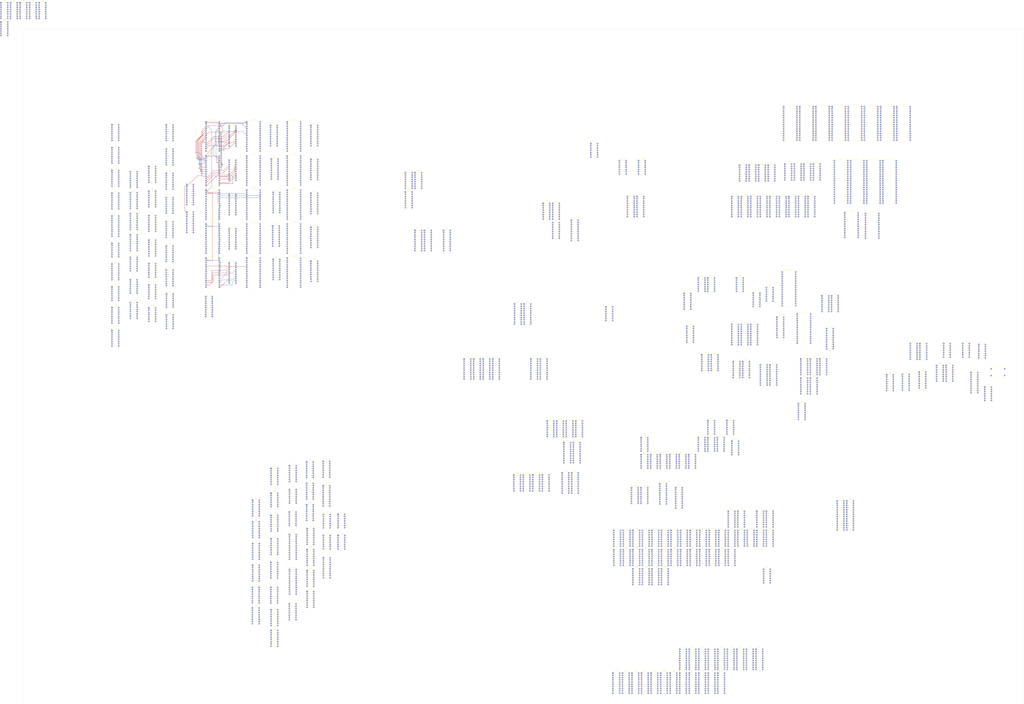
<source format=kicad_pcb>
(kicad_pcb (version 20221018) (generator pcbnew)
  (layers (0 "F.Cu" signal) (31 "B.Cu" signal) (34 "B.Paste" user) (35 "F.Paste" user) (36 "B.SilkS" user "B.Silkscreen") (37 "F.SilkS" user "F.Silkscreen") (38 "B.Mask" user) (39 "F.Mask" user) (44 "Edge.Cuts" user))
  (net 0 "")
  (net 1 "data_bus0")
  (net 2 "data_bus1")
  (net 3 "data_bus2")
  (net 4 "data_bus3")
  (net 5 "data_bus4")
  (net 6 "data_bus5")
  (net 7 "data_bus6")
  (net 8 "data_bus7")
  (net 12 "GND")
  (net 13 "uart_0")
  (net 17 "buffered_wr")
  (net 18 "buffered_rd")
  (net 22 "address_bus2")
  (net 23 "address_bus1")
  (net 24 "address_bus0")
  (net 26 "uart_0_irq")
  (net 36 "VCC")
  (net 40 "uart_1")
  (net 48 "uart_1_irq")
  (net 62 "pio_1")
  (net 88 "pio_0")
  (net 111 "address_bus16")
  (net 112 "address_bus14")
  (net 113 "address_bus12")
  (net 114 "address_bus7")
  (net 115 "address_bus6")
  (net 116 "address_bus5")
  (net 117 "address_bus4")
  (net 118 "address_bus3")
  (net 119 "/mem_select_2")
  (net 120 "address_bus10")
  (net 121 "/buffered_rd_memory")
  (net 122 "address_bus11")
  (net 123 "address_bus9")
  (net 124 "address_bus8")
  (net 125 "address_bus13")
  (net 126 "/buffered_wr_memory")
  (net 127 "address_bus17")
  (net 128 "address_bus15")
  (net 130 "/mem_select_7")
  (net 132 "/mem_select_6")
  (net 134 "/mem_select_5")
  (net 136 "/mem_select_3")
  (net 138 "/mem_select_4")
  (net 140 "/mem_select_0")
  (net 142 "/mem_select_1")
  (net 143 "Net-(BIOS_ROM1A-A12)")
  (net 144 "Net-(BIOS_ROM1A-A7)")
  (net 145 "Net-(BIOS_ROM1A-A6)")
  (net 146 "Net-(BIOS_ROM1A-A5)")
  (net 147 "Net-(BIOS_ROM1A-A4)")
  (net 148 "Net-(BIOS_ROM1A-A3)")
  (net 149 "Net-(BIOS_ROM1A-A2)")
  (net 150 "Net-(BIOS_ROM1A-A1)")
  (net 151 "Net-(BIOS_ROM1A-A0)")
  (net 152 "Net-(BIOS_ROM1A-O0)")
  (net 153 "Net-(BIOS_ROM1A-O1)")
  (net 154 "Net-(BIOS_ROM1A-O2)")
  (net 155 "Net-(BIOS_ROM1A-O3)")
  (net 156 "Net-(BIOS_ROM1A-O4)")
  (net 157 "Net-(BIOS_ROM1A-O5)")
  (net 158 "Net-(BIOS_ROM1A-O6)")
  (net 159 "Net-(BIOS_ROM1A-O7)")
  (net 160 "Net-(BIOS_ROM1A-~{CE})")
  (net 161 "Net-(BIOS_ROM1A-A10)")
  (net 162 "Net-(BIOS_ROM1A-A11)")
  (net 163 "Net-(BIOS_ROM1A-A9)")
  (net 164 "Net-(BIOS_ROM1A-A8)")
  (net 165 "Net-(BIOS_ROM1A-A13)")
  (net 166 "Net-(BIOS_ROM1A-A14)")
  (net 167 "Net-(IC177-A12)")
  (net 168 "Net-(IC177-A7)")
  (net 169 "Net-(IC177-A6)")
  (net 170 "Net-(IC177-A5)")
  (net 171 "/marh_7")
  (net 172 "/marh_6")
  (net 173 "/marh_5")
  (net 174 "/marh_4")
  (net 175 "/marh_3")
  (net 176 "Net-(IC157A-1B)")
  (net 177 "Net-(IC157A-2B)")
  (net 178 "Net-(IC157A-3B)")
  (net 179 "Net-(IC157A-4B)")
  (net 180 "Net-(IC158A-1B)")
  (net 181 "Net-(IC158A-2B)")
  (net 182 "Net-(IC158A-3B)")
  (net 183 "Net-(IC158A-4B)")
  (net 184 "Net-(IC177-A10)")
  (net 185 "mdr_to_pagetable_buffer_en")
  (net 186 "Net-(IC177-A11)")
  (net 187 "Net-(IC177-A9)")
  (net 188 "Net-(IC177-A8)")
  (net 189 "Net-(IC163D-O)")
  (net 190 "Net-(IC159A-1B)")
  (net 191 "Net-(IC159A-2B)")
  (net 192 "Net-(IC159A-3B)")
  (net 193 "Net-(IC159A-4B)")
  (net 194 "Net-(IC160A-1B)")
  (net 195 "Net-(IC160A-2B)")
  (net 196 "Net-(IC160A-3B)")
  (net 197 "Net-(IC160A-4B)")
  (net 198 "Net-(IC122A-O)")
  (net 199 "/u_ad12")
  (net 200 "/u_ad7")
  (net 201 "/u_ad6")
  (net 202 "/u_ad5")
  (net 203 "/u_ad4")
  (net 204 "/u_ad3")
  (net 205 "/u_ad2")
  (net 206 "/u_ad1")
  (net 207 "/u_ad0")
  (net 208 "Net-(IC97A-D1)")
  (net 209 "Net-(IC97A-D2)")
  (net 210 "Net-(IC97A-D3)")
  (net 211 "Net-(IC97A-D4)")
  (net 212 "Net-(IC97A-D5)")
  (net 213 "Net-(IC97A-D6)")
  (net 214 "Net-(IC97A-D7)")
  (net 215 "Net-(IC97A-D8)")
  (net 216 "/u_ad10")
  (net 217 "/u_ad11")
  (net 218 "/u_ad9")
  (net 219 "/u_ad8")
  (net 220 "/u_ad13")
  (net 221 "Net-(IC94A-D1)")
  (net 222 "Net-(IC94A-D2)")
  (net 223 "Net-(IC94A-D3)")
  (net 224 "Net-(IC94A-D4)")
  (net 225 "Net-(IC94A-D5)")
  (net 226 "Net-(IC94A-D6)")
  (net 227 "Net-(IC94A-D7)")
  (net 228 "Net-(IC94A-D8)")
  (net 229 "Net-(IC95A-D1)")
  (net 230 "Net-(IC95A-D2)")
  (net 231 "Net-(IC95A-D3)")
  (net 232 "Net-(IC95A-D4)")
  (net 233 "Net-(IC95A-D5)")
  (net 234 "Net-(IC95A-D6)")
  (net 235 "Net-(IC95A-D7)")
  (net 236 "Net-(IC95A-D8)")
  (net 237 "Net-(IC96A-D1)")
  (net 238 "Net-(IC96A-D2)")
  (net 239 "Net-(IC96A-D3)")
  (net 240 "Net-(IC96A-D4)")
  (net 241 "Net-(IC96A-D5)")
  (net 242 "Net-(IC96A-D6)")
  (net 243 "Net-(IC96A-D7)")
  (net 244 "Net-(IC96A-D8)")
  (net 245 "Net-(IC98A-D1)")
  (net 246 "Net-(IC98A-D2)")
  (net 247 "Net-(IC98A-D3)")
  (net 248 "Net-(IC98A-D4)")
  (net 249 "Net-(IC98A-D5)")
  (net 250 "Net-(IC98A-D6)")
  (net 251 "Net-(IC98A-D7)")
  (net 252 "Net-(IC98A-D8)")
  (net 253 "Net-(IC99A-D1)")
  (net 254 "Net-(IC99A-D2)")
  (net 255 "Net-(IC99A-D3)")
  (net 256 "Net-(IC99A-D4)")
  (net 257 "Net-(IC99A-D5)")
  (net 258 "Net-(IC99A-D6)")
  (net 259 "Net-(IC99A-D7)")
  (net 260 "Net-(IC99A-D8)")
  (net 261 "Net-(IC100A-D1)")
  (net 262 "Net-(IC100A-D2)")
  (net 263 "Net-(IC100A-D3)")
  (net 264 "Net-(IC100A-D4)")
  (net 265 "Net-(IC100A-D5)")
  (net 266 "Net-(IC100A-D6)")
  (net 267 "Net-(IC100A-D7)")
  (net 268 "Net-(IC100A-D8)")
  (net 269 "Net-(IC101A-D1)")
  (net 270 "Net-(IC101A-D2)")
  (net 271 "Net-(IC101A-D3)")
  (net 272 "Net-(IC101A-D4)")
  (net 273 "Net-(IC101A-D5)")
  (net 274 "Net-(IC101A-D6)")
  (net 275 "Net-(IC101A-D7)")
  (net 276 "Net-(IC101A-D8)")
  (net 277 "Net-(IC102A-D1)")
  (net 278 "Net-(IC102A-D2)")
  (net 279 "Net-(IC102A-D3)")
  (net 280 "Net-(IC102A-D4)")
  (net 281 "Net-(IC102A-D5)")
  (net 282 "Net-(IC102A-D6)")
  (net 283 "Net-(IC102A-D7)")
  (net 284 "Net-(IC102A-D8)")
  (net 285 "Net-(IC103A-D1)")
  (net 286 "Net-(IC103A-D2)")
  (net 287 "Net-(IC103A-D3)")
  (net 288 "Net-(IC103A-D4)")
  (net 289 "Net-(IC103A-D5)")
  (net 290 "Net-(IC103A-D6)")
  (net 291 "Net-(IC103A-D7)")
  (net 292 "Net-(IC103A-D8)")
  (net 293 "Net-(IC104A-D1)")
  (net 294 "Net-(IC104A-D2)")
  (net 295 "Net-(IC104A-D3)")
  (net 296 "Net-(IC104A-D4)")
  (net 297 "Net-(IC104A-D5)")
  (net 298 "Net-(IC104A-D6)")
  (net 299 "Net-(IC104A-D7)")
  (net 300 "Net-(IC104A-D8)")
  (net 301 "Net-(IC105A-D1)")
  (net 302 "Net-(IC105A-D2)")
  (net 303 "Net-(IC105A-D3)")
  (net 304 "Net-(IC105A-D4)")
  (net 305 "Net-(IC105A-D5)")
  (net 306 "Net-(IC105A-D6)")
  (net 307 "Net-(IC105A-D7)")
  (net 308 "Net-(IC105A-D8)")
  (net 309 "Net-(IC106A-D1)")
  (net 310 "Net-(IC106A-D2)")
  (net 311 "Net-(IC106A-D3)")
  (net 312 "Net-(IC106A-D4)")
  (net 313 "Net-(IC106A-D5)")
  (net 314 "Net-(IC106A-D6)")
  (net 315 "Net-(IC106A-D7)")
  (net 316 "Net-(IC106A-D8)")
  (net 317 "Net-(IC107A-D1)")
  (net 318 "Net-(IC107A-D2)")
  (net 319 "Net-(IC107A-D3)")
  (net 320 "Net-(IC107A-D4)")
  (net 321 "Net-(IC107A-D5)")
  (net 322 "Net-(IC107A-D6)")
  (net 323 "Net-(IC107A-D7)")
  (net 324 "Net-(IC107A-D8)")
  (net 325 "Net-(IC108A-D1)")
  (net 326 "Net-(IC108A-D2)")
  (net 327 "Net-(IC108A-D3)")
  (net 328 "Net-(IC108A-D4)")
  (net 329 "Net-(IC108A-D5)")
  (net 330 "Net-(IC108A-D6)")
  (net 331 "Net-(IC108A-D7)")
  (net 332 "Net-(IC108A-D8)")
  (net 333 "/ybus4")
  (net 334 "/xbus4")
  (net 335 "alu_op_3")
  (net 336 "alu_op_2")
  (net 337 "alu_op_1")
  (net 338 "alu_op_0")
  (net 339 "Net-(ALU_HIGH1A-CN)")
  (net 340 "alu_mode")
  (net 341 "/alu_output_4")
  (net 342 "/alu_output_5")
  (net 343 "/alu_output_6")
  (net 344 "/alu_output_7")
  (net 347 "/alu_cf")
  (net 349 "/ybus7")
  (net 350 "/xbus7")
  (net 351 "/ybus6")
  (net 352 "/xbus6")
  (net 353 "/ybus5")
  (net 354 "/xbus5")
  (net 355 "/ybus0")
  (net 356 "/xbus0")
  (net 357 "Net-(ALU_LOW1A-CN)")
  (net 358 "/alu_output_0")
  (net 359 "/alu_output_1")
  (net 360 "/alu_output_2")
  (net 361 "/alu_output_3")
  (net 365 "/ybus3")
  (net 366 "/xbus3")
  (net 367 "/ybus2")
  (net 368 "/xbus2")
  (net 369 "/ybus1")
  (net 370 "/xbus1")
  (net 371 "rtc")
  (net 381 "timer")
  (net 382 "rst")
  (net 383 "marh_wrt")
  (net 384 "bpl_wrt")
  (net 385 "bph_wrt")
  (net 386 "pcl_wrt")
  (net 387 "~{clk}")
  (net 388 "pch_wrt")
  (net 389 "spl_wrt")
  (net 390 "sph_wrt")
  (net 392 "Net-(IC185A-A1)")
  (net 396 "clk")
  (net 397 "mdrh_wrt")
  (net 398 "tdrl_wrt")
  (net 399 "tdrh_wrt")
  (net 400 "dil_wrt")
  (net 401 "dih_wrt")
  (net 402 "sil_wrt")
  (net 403 "sih_wrt")
  (net 404 "marl_wrt")
  (net 405 "bl_wrt")
  (net 406 "bh_wrt")
  (net 407 "al_wrt")
  (net 408 "ah_wrt")
  (net 409 "mdr_in_src")
  (net 410 "mdr_out_src")
  (net 411 "mdr_out_en")
  (net 412 "mdrl_wrt")
  (net 413 "/pch0")
  (net 414 "/zbus0")
  (net 415 "/zbus1")
  (net 416 "/pch1")
  (net 417 "/pch2")
  (net 418 "/zbus2")
  (net 419 "/zbus3")
  (net 420 "/pch3")
  (net 421 "/pch4")
  (net 422 "/zbus4")
  (net 423 "/zbus5")
  (net 424 "/pch5")
  (net 425 "/pch6")
  (net 426 "/zbus6")
  (net 427 "/zbus7")
  (net 428 "/pch7")
  (net 429 "panel_rd")
  (net 430 "panel_wr")
  (net 431 "panel_mem_io")
  (net 433 "bus_mem_io")
  (net 434 "/bus_wr")
  (net 435 "/bus_rd")
  (net 436 "/mdrl_0")
  (net 437 "Net-(MDRH1A-1D)")
  (net 438 "Net-(MDRH1A-2D)")
  (net 439 "/mdrl_1")
  (net 440 "/mdrl_2")
  (net 441 "Net-(MDRH1A-3D)")
  (net 442 "Net-(MDRH1A-4D)")
  (net 443 "/mdrl_3")
  (net 444 "/mdrl_4")
  (net 445 "Net-(MDRH1A-5D)")
  (net 446 "Net-(MDRH1A-6D)")
  (net 447 "/mdrl_5")
  (net 448 "/mdrl_6")
  (net 449 "Net-(MDRH1A-7D)")
  (net 450 "Net-(MDRH1A-8D)")
  (net 451 "/mdrl_7")
  (net 452 "alu_b_src_0")
  (net 453 "alu_b_src_1")
  (net 454 "alu_b_src_2")
  (net 455 "display_reg_load")
  (net 456 "dl_wrt")
  (net 457 "dh_wrt")
  (net 458 "cl_wrt")
  (net 459 "ch_wrt")
  (net 460 "cf_in_src_2")
  (net 461 "sf_in_src_0")
  (net 462 "sf_in_src_1")
  (net 463 "of_in_src_0")
  (net 464 "of_in_src_1")
  (net 465 "of_in_src_2")
  (net 466 "rd")
  (net 467 "wr")
  (net 468 "alu_cf_in_src_0")
  (net 469 "alu_cf_in_src_1")
  (net 470 "alu_cf_in_invert")
  (net 471 "zf_in_src_0")
  (net 472 "zf_in_src_1")
  (net 473 "alu_cf_out_invert")
  (net 474 "cf_in_src_0")
  (net 475 "cf_in_src_1")
  (net 476 "alu_a_src_3")
  (net 477 "alu_a_src_4")
  (net 478 "alu_a_src_5")
  (net 479 "shift_src_0")
  (net 480 "shift_src_1")
  (net 481 "shift_src_2")
  (net 482 "zbus_in_src_0")
  (net 483 "zbus_in_src_1")
  (net 484 "alu_a_src_0")
  (net 485 "alu_a_src_1")
  (net 486 "alu_a_src_2")
  (net 487 "u_zf_in_src_0")
  (net 488 "u_zf_in_src_1")
  (net 489 "u_cf_in_src_0")
  (net 490 "u_cf_in_src_1")
  (net 491 "u_sf_in_src")
  (net 492 "u_of_in_src")
  (net 493 "ir_wrt")
  (net 494 "status_wrt")
  (net 495 "u_offset_6")
  (net 496 "cond_invert")
  (net 497 "cond_flag_src")
  (net 498 "cond_sel_0")
  (net 499 "cond_sel_1")
  (net 500 "cond_sel_2")
  (net 501 "cond_sel_3")
  (net 502 "escape")
  (net 503 "typ_0")
  (net 504 "typ_1")
  (net 505 "u_offset_0")
  (net 506 "u_offset_1")
  (net 507 "u_offset_2")
  (net 508 "u_offset_3")
  (net 509 "u_offset_4")
  (net 510 "u_offset_5")
  (net 511 "irq_vector_wrt")
  (net 512 "/irq_vector_0")
  (net 513 "Net-(IRQ_CODE1A-2D)")
  (net 514 "/irq_vector_1")
  (net 515 "/irq_vector_2")
  (net 516 "Net-(IRQ_CODE1A-3D)")
  (net 517 "Net-(IRQ_CODE1A-4D)")
  (net 518 "/irq_vector_3")
  (net 519 "/irq_vector_4")
  (net 520 "/irq_vector_5")
  (net 521 "/irq_vector_6")
  (net 522 "/irq_vector_7")
  (net 523 "~{rst}")
  (net 524 "Net-(IC81A-1Y)")
  (net 525 "Net-(IC81A-2Y)")
  (net 526 "Net-(IC82A-1Y)")
  (net 527 "Net-(IC82A-2Y)")
  (net 528 "Net-(IC83A-1Y)")
  (net 529 "Net-(IC83A-2Y)")
  (net 532 "Net-(IC77A-1Y)")
  (net 533 "Net-(IC77A-2Y)")
  (net 534 "Net-(IC78A-1Y)")
  (net 535 "Net-(IC78A-2Y)")
  (net 536 "Net-(IC79A-1Y)")
  (net 537 "Net-(IC79A-2Y)")
  (net 538 "Net-(IC80A-1Y)")
  (net 539 "Net-(IC80A-2Y)")
  (net 540 "/int_status_0")
  (net 541 "Net-(IRQ_0_DFF1A-Q)")
  (net 542 "Net-(IRQ_1_DFF1B-Q)")
  (net 543 "/int_status_1")
  (net 544 "/int_status_2")
  (net 545 "Net-(IRQ_2_DFF1A-Q)")
  (net 546 "Net-(IRQ_3_DFF1B-Q)")
  (net 547 "/int_status_3")
  (net 548 "/int_status_4")
  (net 549 "Net-(IRQ_4_DFF1A-Q)")
  (net 550 "Net-(IRQ_5_DFF1B-Q)")
  (net 551 "/int_status_5")
  (net 552 "/int_status_6")
  (net 553 "Net-(IRQ_6_DFF1A-Q)")
  (net 554 "Net-(IRQ_7_DFF1B-Q)")
  (net 555 "/int_status_7")
  (net 556 "/marh_0")
  (net 557 "Net-(IC183A-1Y)")
  (net 558 "Net-(IC183A-2Y)")
  (net 559 "/marh_1")
  (net 560 "/marh_2")
  (net 561 "Net-(IC183A-3Y)")
  (net 562 "Net-(IC183A-4Y)")
  (net 563 "Net-(IC184A-1Y)")
  (net 564 "Net-(IC184A-2Y)")
  (net 565 "Net-(IC184A-3Y)")
  (net 566 "Net-(IC184A-4Y)")
  (net 567 "/marl_0")
  (net 568 "Net-(IC181A-1Y)")
  (net 569 "Net-(IC181A-2Y)")
  (net 570 "/marl_1")
  (net 571 "/marl_2")
  (net 572 "Net-(IC181A-3Y)")
  (net 573 "Net-(IC181A-4Y)")
  (net 574 "/marl_3")
  (net 575 "/marl_4")
  (net 576 "Net-(IC182A-1Y)")
  (net 577 "Net-(IC182A-2Y)")
  (net 578 "/marl_5")
  (net 579 "/marl_6")
  (net 580 "Net-(IC182A-3Y)")
  (net 581 "Net-(IC182A-4Y)")
  (net 582 "/marl_7")
  (net 583 "Net-(IC53B-O)")
  (net 584 "/ksph0")
  (net 585 "/ksph1")
  (net 586 "/ksph2")
  (net 587 "/ksph3")
  (net 588 "/ksph4")
  (net 589 "/ksph5")
  (net 590 "/ksph6")
  (net 591 "/ksph7")
  (net 592 "/mdrh_0")
  (net 593 "/mdrh_1")
  (net 594 "/mdrh_2")
  (net 595 "/mdrh_3")
  (net 596 "/mdrh_4")
  (net 597 "/mdrh_5")
  (net 598 "/mdrh_6")
  (net 599 "/mdrh_7")
  (net 600 "Net-(IC53A-O)")
  (net 601 "/kspl0")
  (net 602 "/kspl1")
  (net 603 "/kspl2")
  (net 604 "/kspl3")
  (net 605 "/kspl4")
  (net 606 "/kspl5")
  (net 607 "/kspl6")
  (net 608 "/kspl7")
  (net 609 "/panel_address_16")
  (net 610 "/panel_address_17")
  (net 611 "/panel_address_18")
  (net 612 "/panel_address_19")
  (net 613 "address_bus19")
  (net 614 "address_bus18")
  (net 615 "ptb_wrt")
  (net 616 "Net-(IC190A-1B)")
  (net 617 "Net-(IC190A-2B)")
  (net 618 "Net-(IC190A-3B)")
  (net 619 "Net-(IC190A-4B)")
  (net 620 "Net-(IC191A-1B)")
  (net 621 "Net-(IC191A-2B)")
  (net 622 "Net-(IC191A-3B)")
  (net 623 "Net-(IC191A-4B)")
  (net 624 "/bus_tristate")
  (net 625 "Net-(IC113D-O)")
  (net 626 "Net-(IC193D-O)")
  (net 632 "/buffered_mem_io")
  (net 633 "/panel_address_0")
  (net 634 "/panel_address_1")
  (net 635 "/panel_address_2")
  (net 636 "/panel_address_3")
  (net 637 "/panel_address_4")
  (net 638 "/panel_address_5")
  (net 639 "/panel_address_6")
  (net 640 "/panel_address_7")
  (net 641 "/panel_address_8")
  (net 642 "/panel_address_9")
  (net 643 "/panel_address_10")
  (net 644 "/panel_address_11")
  (net 645 "/panel_address_12")
  (net 646 "/panel_address_13")
  (net 647 "/panel_address_14")
  (net 648 "/panel_address_15")
  (net 649 "Net-(IC120A-A1)")
  (net 653 "page_writeable")
  (net 654 "Net-(IC119A-A1)")
  (net 655 "page_present")
  (net 656 "Net-(IC119A-A2)")
  (net 657 "Net-(IC119A-A3)")
  (net 658 "address_bus21")
  (net 659 "Net-(IC119A-A4)")
  (net 660 "address_bus20")
  (net 661 "Net-(IC119B-A1)")
  (net 662 "Net-(IC119B-A2)")
  (net 663 "Net-(IC119B-A3)")
  (net 664 "Net-(IC119B-A4)")
  (net 665 "Net-(IC118A-A4)")
  (net 666 "Net-(IC118B-A1)")
  (net 667 "Net-(IC118B-A2)")
  (net 668 "Net-(IC118B-A3)")
  (net 669 "Net-(IC118B-A4)")
  (net 670 "upper_flags_wrt")
  (net 671 "irq_masks_wrt")
  (net 672 "mar_in_src")
  (net 673 "irq_ack")
  (net 674 "clear_all_irqs")
  (net 675 "page_table_we")
  (net 676 "/w0")
  (net 677 "Net-(IC115B-Y4)")
  (net 678 "/w1")
  (net 679 "Net-(IC115B-Y3)")
  (net 680 "/w2")
  (net 681 "Net-(IC115B-Y2)")
  (net 682 "/w3")
  (net 683 "Net-(IC115B-Y1)")
  (net 684 "/w4")
  (net 685 "Net-(IC115A-Y4)")
  (net 686 "/w5")
  (net 687 "Net-(IC115A-Y3)")
  (net 688 "/w6")
  (net 689 "Net-(IC115A-Y2)")
  (net 690 "/w7")
  (net 691 "Net-(IC115A-Y1)")
  (net 692 "Net-(IC113B-O)")
  (net 693 "Net-(IC114A-1Q)")
  (net 694 "Net-(IC114A-2Q)")
  (net 695 "Net-(IC114A-3Q)")
  (net 696 "Net-(IC114A-4Q)")
  (net 697 "Net-(IC114A-5Q)")
  (net 698 "Net-(IC114A-6Q)")
  (net 699 "Net-(IC114A-7Q)")
  (net 700 "Net-(IC114A-8Q)")
  (net 701 "/panel_address_20")
  (net 702 "/panel_address_21")
  (net 709 "/panel_data_0")
  (net 710 "/panel_data_1")
  (net 711 "/panel_data_2")
  (net 712 "/panel_data_3")
  (net 713 "/panel_data_4")
  (net 714 "/panel_data_5")
  (net 715 "/panel_data_6")
  (net 716 "/panel_data_7")
  (net 725 "immy_0")
  (net 726 "immy_1")
  (net 727 "immy_2")
  (net 728 "immy_3")
  (net 729 "immy_4")
  (net 730 "immy_5")
  (net 731 "immy_6")
  (net 732 "immy_7")
  (net 733 "force_user_ptb")
  (net 738 "gl_wrt")
  (net 739 "gh_wrt")
  (net 740 "/ah0")
  (net 741 "/ah1")
  (net 742 "/ah2")
  (net 743 "/ah3")
  (net 744 "/ah4")
  (net 745 "/ah5")
  (net 746 "/ah6")
  (net 747 "/ah7")
  (net 748 "/u_zf")
  (net 749 "Net-(IC17A-1Y)")
  (net 750 "Net-(IC18A-1Y)")
  (net 751 "/u_cf")
  (net 752 "/u_sf")
  (net 753 "Net-(IC19A-1Y)")
  (net 754 "Net-(IC20A-1Y)")
  (net 755 "/u_of")
  (net 760 "/pcl0")
  (net 761 "/pcl1")
  (net 762 "/pcl2")
  (net 763 "/pcl3")
  (net 764 "/pcl4")
  (net 765 "/pcl5")
  (net 766 "/pcl6")
  (net 767 "/pcl7")
  (net 768 "/dh0")
  (net 769 "/dh1")
  (net 770 "/dh2")
  (net 771 "/dh3")
  (net 772 "/dh4")
  (net 773 "/dh5")
  (net 774 "/dh6")
  (net 775 "/dh7")
  (net 776 "/dl0")
  (net 777 "/dl1")
  (net 778 "/dl2")
  (net 779 "/dl3")
  (net 780 "/dl4")
  (net 781 "/dl5")
  (net 782 "/dl6")
  (net 783 "/dl7")
  (net 784 "/ch0")
  (net 785 "/ch1")
  (net 786 "/ch2")
  (net 787 "/ch3")
  (net 788 "/ch4")
  (net 789 "/ch5")
  (net 790 "/ch6")
  (net 791 "/ch7")
  (net 792 "/cl0")
  (net 793 "/cl1")
  (net 794 "/cl2")
  (net 795 "/cl3")
  (net 796 "/cl4")
  (net 797 "/cl5")
  (net 798 "/cl6")
  (net 799 "/cl7")
  (net 800 "/bh0")
  (net 801 "/bh1")
  (net 802 "/bh2")
  (net 803 "/bh3")
  (net 804 "/bh4")
  (net 805 "/bh5")
  (net 806 "/bh6")
  (net 807 "/bh7")
  (net 808 "/bl0")
  (net 809 "/bl1")
  (net 810 "/bl2")
  (net 811 "/bl3")
  (net 812 "/bl4")
  (net 813 "/bl5")
  (net 814 "/bl6")
  (net 815 "/bl7")
  (net 816 "/spl0")
  (net 817 "/spl1")
  (net 818 "/spl2")
  (net 819 "/spl3")
  (net 820 "/spl4")
  (net 821 "/spl5")
  (net 822 "/spl6")
  (net 823 "/spl7")
  (net 824 "/al0")
  (net 825 "/al1")
  (net 826 "/al2")
  (net 827 "/al3")
  (net 828 "/al4")
  (net 829 "/al5")
  (net 830 "/al6")
  (net 831 "/al7")
  (net 832 "Net-(IC121D-O)")
  (net 833 "/ir0")
  (net 834 "/ir1")
  (net 835 "/ir2")
  (net 836 "/ir3")
  (net 837 "/ir4")
  (net 838 "/ir5")
  (net 839 "/ir6")
  (net 840 "/ir7")
  (net 841 "/status_dma_ack")
  (net 842 "/status_irq_enable")
  (net 843 "/status_cpu_mode")
  (net 844 "/status_paging_en")
  (net 845 "/status_halt")
  (net 846 "/status_display_reg_load")
  (net 847 "/status_6")
  (net 848 "/status_dir")
  (net 849 "Net-(IC31A-1Y)")
  (net 850 "Net-(IC31A-2Y)")
  (net 851 "Net-(IC32A-1Y)")
  (net 852 "Net-(IC32A-2Y)")
  (net 853 "Net-(IC33A-1Y)")
  (net 854 "Net-(IC33A-2Y)")
  (net 855 "Net-(IC34A-1Y)")
  (net 856 "Net-(IC34A-2Y)")
  (net 859 "Net-(IC165B-I0)")
  (net 860 "Net-(IC165B-I1)")
  (net 861 "Net-(IC165B-I2)")
  (net 862 "Net-(IC165A-I0)")
  (net 863 "Net-(IC165A-I1)")
  (net 864 "Net-(IC165A-I2)")
  (net 865 "Net-(IC113A-I)")
  (net 866 "/sph0")
  (net 867 "/sph1")
  (net 868 "/sph2")
  (net 869 "/sph3")
  (net 870 "/sph4")
  (net 871 "/sph5")
  (net 872 "/sph6")
  (net 873 "/sph7")
  (net 874 "/flags_zf")
  (net 875 "Net-(FLAGS1A-D1)")
  (net 876 "Net-(FLAGS1A-D2)")
  (net 877 "/flags_cf")
  (net 878 "/flags_sf")
  (net 879 "Net-(FLAGS1A-D3)")
  (net 880 "Net-(FLAGS1A-D4)")
  (net 881 "/flags_of")
  (net 882 "/flags_4")
  (net 883 "Net-(FLAGS1A-D5)")
  (net 884 "Net-(FLAGS1A-D6)")
  (net 885 "/flags_5")
  (net 886 "/flags_6")
  (net 887 "Net-(FLAGS1A-D7)")
  (net 888 "Net-(FLAGS1A-D8)")
  (net 889 "/flags_7")
  (net 890 "Net-(IC1A-1Q)")
  (net 891 "Net-(IC1A-2Q)")
  (net 892 "Net-(IC1A-3Q)")
  (net 893 "Net-(IC1A-4Q)")
  (net 894 "Net-(IC1A-5Q)")
  (net 895 "Net-(IC1A-6Q)")
  (net 896 "Net-(IC1A-7Q)")
  (net 897 "Net-(IC1A-8Q)")
  (net 898 "/irq_masks0")
  (net 899 "/irq_masks1")
  (net 900 "/irq_masks2")
  (net 901 "/irq_masks3")
  (net 902 "/irq_masks4")
  (net 903 "/irq_masks5")
  (net 904 "/irq_masks6")
  (net 905 "/irq_masks7")
  (net 906 "/tdrh0")
  (net 907 "/tdrh1")
  (net 908 "/tdrh2")
  (net 909 "/tdrh3")
  (net 910 "/tdrh4")
  (net 911 "/tdrh5")
  (net 912 "/tdrh6")
  (net 913 "/tdrh7")
  (net 914 "/tdrl0")
  (net 915 "/tdrl1")
  (net 916 "/tdrl2")
  (net 917 "/tdrl3")
  (net 918 "/tdrl4")
  (net 919 "/tdrl5")
  (net 920 "/tdrl6")
  (net 921 "/tdrl7")
  (net 922 "/dih0")
  (net 923 "/dih1")
  (net 924 "/dih2")
  (net 925 "/dih3")
  (net 926 "/dih4")
  (net 927 "/dih5")
  (net 928 "/dih6")
  (net 929 "/dih7")
  (net 930 "/dil0")
  (net 931 "/dil1")
  (net 932 "/dil2")
  (net 933 "/dil3")
  (net 934 "/dil4")
  (net 935 "/dil5")
  (net 936 "/dil6")
  (net 937 "/dil7")
  (net 938 "Net-(IC2A-1Q)")
  (net 939 "Net-(IC2A-2Q)")
  (net 940 "Net-(IC2A-3Q)")
  (net 941 "Net-(IC2A-4Q)")
  (net 942 "Net-(IC2A-5Q)")
  (net 943 "Net-(IC2A-6Q)")
  (net 944 "Net-(IC2A-7Q)")
  (net 945 "Net-(IC2A-8Q)")
  (net 946 "/sih0")
  (net 947 "/sih1")
  (net 948 "/sih2")
  (net 949 "/sih3")
  (net 950 "/sih4")
  (net 951 "/sih5")
  (net 952 "/sih6")
  (net 953 "/sih7")
  (net 954 "/sil0")
  (net 955 "/sil1")
  (net 956 "/sil2")
  (net 957 "/sil3")
  (net 958 "/sil4")
  (net 959 "/sil5")
  (net 960 "/sil6")
  (net 961 "/sil7")
  (net 962 "/bph0")
  (net 963 "/bph1")
  (net 964 "/bph2")
  (net 965 "/bph3")
  (net 966 "/bph4")
  (net 967 "/bph5")
  (net 968 "/bph6")
  (net 969 "/bph7")
  (net 970 "/bpl0")
  (net 971 "/bpl1")
  (net 972 "/bpl2")
  (net 973 "/bpl3")
  (net 974 "/bpl4")
  (net 975 "/bpl5")
  (net 976 "/bpl6")
  (net 977 "/bpl7")
  (net 978 "alu_a_src_4_muxed")
  (net 979 "Net-(IC126A-Y)")
  (net 980 "Net-(IC125A-Y)")
  (net 981 "Net-(IC124A-Y)")
  (net 982 "Net-(IC123A-Y)")
  (net 983 "Net-(IC127A-Y)")
  (net 984 "Net-(IC128A-Y)")
  (net 985 "Net-(IC129A-Y)")
  (net 986 "Net-(IC130A-Y)")
  (net 987 "alu_a_src_3_muxed")
  (net 988 "Net-(IC134A-Y)")
  (net 989 "Net-(IC133A-Y)")
  (net 990 "Net-(IC132A-Y)")
  (net 991 "Net-(IC131A-Y)")
  (net 992 "Net-(IC135A-Y)")
  (net 993 "Net-(IC136A-Y)")
  (net 994 "Net-(IC137A-Y)")
  (net 995 "Net-(IC138A-Y)")
  (net 996 "Net-(IC189A-R)")
  (net 997 "Net-(IC189A-S1)")
  (net 1000 "Net-(IC142A-Y)")
  (net 1002 "alu_a_src_2_muxed")
  (net 1003 "alu_a_src_1_muxed")
  (net 1004 "alu_a_src_0_muxed")
  (net 1005 "Net-(IC141A-Y)")
  (net 1006 "Net-(IC140A-Y)")
  (net 1007 "Net-(IC139A-Y)")
  (net 1008 "Net-(IC143A-Y)")
  (net 1009 "Net-(IC144A-Y)")
  (net 1010 "Net-(IC145A-Y)")
  (net 1011 "Net-(IC146A-Y)")
  (net 1012 "Net-(IC150A-Y)")
  (net 1013 "Net-(IC149A-Y)")
  (net 1014 "Net-(IC148A-Y)")
  (net 1015 "Net-(IC147A-Y)")
  (net 1016 "Net-(IC151A-Y)")
  (net 1017 "Net-(IC152A-Y)")
  (net 1018 "Net-(IC153A-Y)")
  (net 1019 "Net-(IC154A-Y)")
  (net 1020 "Net-(IC121B-I)")
  (net 1024 "Net-(IC121A-I)")
  (net 1025 "/stop_clock")
  (net 1026 "/clk_crystal")
  (net 1027 "reset")
  (net 1028 "set")
  (net 1029 "/single_step_clk")
  (net 1030 "Net-(IC188A-R)")
  (net 1031 "Net-(IC188A-S1)")
  (net 1032 "Net-(IC187A-R)")
  (net 1033 "Net-(IC187A-S1)")
  (net 1039 "Net-(U16-Q5)")
  (net 1040 "Net-(U16-Q4)")
  (net 1041 "Net-(U16-Q6)")
  (net 1042 "Net-(U16-Q3)")
  (net 1043 "Net-(U16-Q2)")
  (net 1044 "Net-(U16-Q1)")
  (net 1045 "Net-(U16-Q0)")
  (net 1046 "clk_10mhz")
  (net 1048 "Net-(U16-Q7)")
  (net 1053 "Net-(RN5-R8.1)")
  (net 1054 "Net-(RN5-R7.1)")
  (net 1061 "/panel_regsel_0")
  (net 1062 "/panel_regsel_1")
  (net 1063 "/panel_regsel_2")
  (net 1064 "/panel_regsel_3")
  (net 1065 "/panel_regsel_4")
  (net 1066 "Net-(RN1-R3.1)")
  (net 1067 "Net-(RN1-R2.1)")
  (net 1068 "Net-(RN1-R1.1)")
  (net 1069 "int_7")
  (net 1070 "int_6")
  (net 1071 "int_5")
  (net 1072 "int_4")
  (net 1073 "int_3")
  (net 1074 "int_2")
  (net 1075 "int_1")
  (net 1076 "int_0")
  (net 1079 "Net-(IC164B-D)")
  (net 1080 "Net-(IC164A-D)")
  (net 1081 "/stop_clk_req")
  (net 1086 "/page_table_addr_source")
  (net 1087 "Net-(IC21C-O)")
  (net 1088 "Net-(IRQ_AND_2D-I0)")
  (net 1089 "Net-(IRQ_AND_2C-I0)")
  (net 1090 "Net-(IRQ_AND_2B-I0)")
  (net 1091 "Net-(IRQ_AND_1A-I0)")
  (net 1092 "Net-(IRQ_AND_1D-I0)")
  (net 1093 "Net-(IRQ_AND_1C-I1)")
  (net 1094 "Net-(IRQ_AND_1B-I1)")
  (net 1095 "Net-(IRQ_AND_2A-I1)")
  (net 1096 "Net-(IC207D-O)")
  (net 1097 "Net-(IC207C-O)")
  (net 1098 "Net-(IC207B-O)")
  (net 1099 "Net-(IC207A-O)")
  (net 1100 "Net-(IC208D-O)")
  (net 1101 "Net-(IC208C-O)")
  (net 1102 "Net-(IC208B-O)")
  (net 1103 "Net-(IC208A-O)")
  (net 1105 "/int_request")
  (net 1109 "Net-(IC28A-Y)")
  (net 1110 "Net-(IC30A-1Y)")
  (net 1111 "Net-(IC30A-2Y)")
  (net 1112 "Net-(IC30A-3Y)")
  (net 1113 "Net-(IC30A-4Y)")
  (net 1115 "Net-(IC23A-O)")
  (net 1116 "Net-(IC27A-1Y)")
  (net 1117 "Net-(IC27A-2Y)")
  (net 1120 "Net-(IC26A-1Y)")
  (net 1121 "Net-(IC26A-2Y)")
  (net 1122 "Net-(IC26A-3Y)")
  (net 1123 "Net-(IC26A-4Y)")
  (net 1124 "Net-(IC25A-1Y)")
  (net 1125 "Net-(IC25A-2Y)")
  (net 1126 "Net-(IC25A-3Y)")
  (net 1127 "Net-(IC25A-4Y)")
  (net 1128 "Net-(IC24A-1Y)")
  (net 1129 "Net-(IC24A-2Y)")
  (net 1130 "Net-(IC24A-3Y)")
  (net 1131 "Net-(IC24A-4Y)")
  (net 1132 "/alu_of")
  (net 1136 "/alu_final_cf")
  (net 1138 "Net-(IC13A-O)")
  (net 1139 "/alu_zf")
  (net 1141 "/kbus4")
  (net 1142 "/kbus5")
  (net 1143 "/kbus6")
  (net 1144 "/kbus7")
  (net 1145 "/kbus0")
  (net 1146 "/kbus1")
  (net 1147 "/kbus2")
  (net 1148 "/kbus3")
  (net 1149 "Net-(IC109A-O)")
  (net 1153 "Net-(IC14A-1Y)")
  (net 1155 "Net-(IC113C-O)")
  (net 1156 "Net-(IC116A-G1)")
  (net 1157 "/bios_config")
  (net 1158 "/ide")
  (net 1159 "Net-(IC12A-1B)")
  (net 1160 "Net-(IC12A-2B)")
  (net 1161 "Net-(IC12A-3B)")
  (net 1162 "Net-(IC12A-4B)")
  (net 1163 "/mux_b")
  (net 1164 "/u_adder4")
  (net 1165 "/u_adder5")
  (net 1166 "/mux_a")
  (net 1167 "/u_adder13")
  (net 1168 "/u_adder12")
  (net 1169 "Net-(IC40A-C4)")
  (net 1173 "/u_adder9")
  (net 1174 "/u_adder8")
  (net 1175 "Net-(IC39A-C4)")
  (net 1176 "/u_adder11")
  (net 1177 "/u_adder10")
  (net 1178 "Net-(IC38A-C4)")
  (net 1179 "/u_adder7")
  (net 1180 "/u_adder6")
  (net 1181 "Net-(IC49A-Y)")
  (net 1183 "dma_req")
  (net 1184 "Net-(IC45B-O)")
  (net 1185 "Net-(IC44B-O)")
  (net 1186 "Net-(IC37B-O)")
  (net 1187 "/ext_input")
  (net 1188 "/int_pending")
  (net 1189 "wait")
  (net 1190 "Net-(IC50A-Y)")
  (net 1192 "/u_adder1")
  (net 1193 "/u_adder0")
  (net 1194 "/u_adder3")
  (net 1195 "/u_adder2")
  (net 1196 "/condition")
  (net 1204 "Net-(IC155A-G)")
  (net 1205 "Net-(IC75B-O)")
  (net 1210 "Net-(IC90A-D4)")
  (net 1226 "Net-(IC11A-3B)")
  (net 1227 "Net-(IC11A-4B)")
  (net 1228 "Net-(IC11A-1B)")
  (net 1229 "Net-(IC11A-2B)")
  (net 1250 "Net-(IC21A-O)")
  (net 1251 "/final_condition")
  (net 1252 "Net-(IC21B-O)")
  (net 1253 "Net-(IC13B-I1)")
  (net 1254 "Net-(IC163B-O)")
  (net 1255 "Net-(IC29A-O)")
  (net 1256 "/any_interruption")
  (net 1257 "/~{clear_all_irqs}")
  (net 1258 "Net-(IRQ_4_DFF1A-CLR)")
  (net 1259 "Net-(IRQ_1_DFF1B-CLR)")
  (net 1260 "Net-(IRQ_2_DFF1A-CLR)")
  (net 1261 "Net-(IRQ_3_DFF1B-CLR)")
  (net 1262 "Net-(IC_10_1B-I0)")
  (net 1263 "Net-(IC_04_1A-O)")
  (net 1264 "Net-(IC_04_1B-I)")
  (net 1265 "Net-(IC113A-O)")
  (net 1266 "Net-(IC122A-I1)")
  (net 1267 "Net-(IC_10_1A-O)")
  (net 1268 "Net-(IC_02_1A-O)")
  (net 1269 "Net-(IC_04_1A-I)")
  (net 1270 "Net-(IC121A-O)")
  (net 1271 "/~{addr_bus_7_to_14_alltrue}")
  (net 1273 "Net-(IC161A-I0)")
  (net 1274 "Net-(IC161A-I1)")
  (net 1277 "Net-(IC_86_2B-O)")
  (net 1278 "Net-(IC13D-I1)")
  (net 1279 "Net-(IC13C-O)")
  (net 1280 "Net-(IC51B-O)")
  (net 1281 "Net-(IC51C-O)")
  (net 1282 "Net-(IC51A-O)")
  (net 1283 "Net-(IRQ_0_DFF1A-CLR)")
  (net 1284 "Net-(IRQ_5_DFF1B-CLR)")
  (net 1285 "Net-(IRQ_6_DFF1A-CLR)")
  (net 1286 "Net-(IRQ_7_DFF1B-CLR)")
  (net 1288 "int_req_7")
  (net 1289 "int_req_6")
  (net 1292 "int_req_5")
  (net 1293 "int_req_4")
  (net 1296 "int_req_3")
  (net 1297 "int_req_2")
  (footprint "Package_DIP:DIP-20_W7.62mm" (layer "F.Cu") (at 260.76 180.855)
    (fp_text reference "IC95")
    (fp_text value "74273N")
  )
  (footprint "Package_DIP:DIP-16_W7.62mm" (layer "F.Cu") (at 169.38 188)
    (fp_text reference "IC38")
    (fp_text value "74283N")
  )
  (footprint "Package_DIP:DIP-16_W7.62mm" (layer "F.Cu") (at 644.23 477.76)
    (fp_text reference "IC183")
    (fp_text value "74157N")
  )
  (footprint "Package_DIP:DIP-20_W7.62mm" (layer "F.Cu") (at 827.55 737.76)
    (fp_text reference "IC59")
    (fp_text value "74377N")
  )
  (footprint "Package_DIP:DIP-14_W7.62mm" (layer "F.Cu") (at 827.05 477.32)
    (fp_text reference "IC207")
    (fp_text value "7400N")
  )
  (footprint "Package_DIP:DIP-20_W7.62mm" (layer "F.Cu") (at 310.16 255.645)
    (fp_text reference "IC102")
    (fp_text value "74273N")
  )
  (footprint "Package_DIP:DIP-14_W7.62mm" (layer "F.Cu") (at 384.62 583.86)
    (fp_text reference "IC_10_1")
    (fp_text value "7410N")
  )
  (footprint "Package_DIP:DIP-14_W7.62mm" (layer "F.Cu") (at 837.91 314.805)
    (fp_text reference "IC165")
    (fp_text value "7427N")
  )
  (footprint "Package_DIP:DIP-24_W15.24mm" (layer "F.Cu") (at 984.72 241.49)
    (fp_text reference "U9")
    (fp_text value "M48T02-200PC1")
  )
  (footprint "Package_DIP:DIP-16_W7.62mm" (layer "F.Cu") (at 922 428.9)
    (fp_text reference "RN8")
    (fp_text value "R_Pack08")
  )
  (footprint "Package_DIP:DIP-16_W7.62mm" (layer "F.Cu") (at 720.05 624.22)
    (fp_text reference "IC144")
    (fp_text value "74151N")
  )
  (footprint "Package_DIP:DIP-20_W7.62mm" (layer "F.Cu") (at 353.76 295.84)
    (fp_text reference "IC108")
    (fp_text value "74273N")
  )
  (footprint "Oscillator:Oscillator_DIP-14" (layer "F.Cu") (at 1127.76 426)
    (fp_text reference "X1")
    (fp_text value "ACO-10MHz")
  )
  (footprint "Package_DIP:DIP-16_W7.62mm" (layer "F.Cu") (at 720.05 646.12)
    (fp_text reference "IC166")
    (fp_text value "74153N")
  )
  (footprint "Package_DIP:DIP-14_W7.62mm" (layer "F.Cu") (at 189.38 357)
    (fp_text reference "IC35")
    (fp_text value "7408N")
  )
  (footprint "Package_DIP:DIP-28_W15.24mm" (layer "F.Cu") (at 234.385 137.3)
    (fp_text reference "U_ROM1")
    (fp_text value "27512")
  )
  (footprint "Package_DIP:DIP-16_W7.62mm" (layer "F.Cu") (at 698.35 602.32)
    (fp_text reference "IC125")
    (fp_text value "74151N")
  )
  (footprint "Package_DIP:DIP-20_W7.62mm" (layer "F.Cu") (at 560.55 407.12)
    (fp_text reference "IC120")
    (fp_text value "74244N")
  )
  (footprint "Package_DIP:DIP-16_W7.62mm" (layer "F.Cu") (at 841.4 186.5)
    (fp_text reference "SW6")
    (fp_text value "SW_DIP_x08")
  )
  (footprint "Package_DIP:DIP-16_W7.62mm" (layer "F.Cu") (at 730.9 624.22)
    (fp_text reference "IC145")
    (fp_text value "74151N")
  )
  (footprint "Package_DIP:DIP-16_W7.62mm" (layer "F.Cu") (at 850.25 602.32)
    (fp_text reference "IC139")
    (fp_text value "74151N")
  )
  (footprint "Package_DIP:DIP-14_W7.62mm" (layer "F.Cu") (at 1.125 23.475)
    (fp_text reference "IC_10_1")
    (fp_text value "7410N")
  )
  (footprint "Package_DIP:DIP-20_W7.62mm" (layer "F.Cu") (at 639.53 536.84)
    (fp_text reference "MDRH1")
    (fp_text value "74377N")
  )
  (footprint "Package_DIP:DIP-16_W7.62mm" (layer "F.Cu") (at 287.38 641.92)
    (fp_text reference "IC6")
    (fp_text value "74253N")
  )
  (footprint "Package_DIP:DIP-16_W7.62mm" (layer "F.Cu") (at 33.675 1.575)
    (fp_text reference "IC33")
    (fp_text value "74253N")
  )
  (footprint "Package_DIP:DIP-16_W7.62mm" (layer "F.Cu") (at 628.8 251.9)
    (fp_text reference "IC190")
    (fp_text value "74257N")
  )
  (footprint "Package_DIP:DIP-16_W7.62mm" (layer "F.Cu") (at 287.38 617.253332)
    (fp_text reference "IC5")
    (fp_text value "74253N")
  )
  (footprint "Package_DIP:DIP-20_W7.62mm" (layer "F.Cu") (at 805.85 737.76)
    (fp_text reference "IC57")
    (fp_text value "74377N")
  )
  (footprint "Package_DIP:DIP-16_W7.62mm" (layer "F.Cu") (at 946.05 335.265)
    (fp_text reference "IC156")
    (fp_text value "74257N")
  )
  (footprint "Package_DIP:DIP-16_W7.62mm" (layer "F.Cu") (at 809.23 402.44)
    (fp_text reference "SW4")
    (fp_text value "SW_DIP_x08")
  )
  (footprint "Package_DIP:DIP-14_W7.62mm" (layer "F.Cu") (at 729.4 496.72)
    (fp_text reference "IC208")
    (fp_text value "7400N")
  )
  (footprint "Package_DIP:DIP-14_W7.62mm" (layer "F.Cu") (at 761.95 516.12)
    (fp_text reference "IRQ_7_DFF1")
    (fp_text value "7474N")
  )
  (footprint "Package_DIP:DIP-20_W7.62mm" (layer "F.Cu") (at 751.6 764.76)
    (fp_text reference "IC68")
    (fp_text value "74377N")
  )
  (footprint "Package_DIP:DIP-16_W7.62mm" (layer "F.Cu") (at 871.95 602.32)
    (fp_text reference "IC141")
    (fp_text value "74151N")
  )
  (footprint "Package_DIP:DIP-14_W7.62mm" (layer "F.Cu") (at 368 607.92)
    (fp_text reference "IC_04_1")
    (fp_text value "7404N")
  )
  (footprint "Package_DIP:DIP-14_W7.62mm" (layer "F.Cu") (at 794.51 314.805)
    (fp_text reference "IC161")
    (fp_text value "7408N")
  )
  (footprint "Package_DIP:DIP-20_W7.62mm" (layer "F.Cu") (at 504.68 260.76)
    (fp_text reference "IC36")
    (fp_text value "74377N")
  )
  (footprint "Package_DIP:DIP-14_W7.62mm" (layer "F.Cu") (at 816.2 496.72)
    (fp_text reference "IRQ_2_DFF1")
    (fp_text value "7474N")
  )
  (footprint "Package_DIP:DIP-40_W15.24mm" (layer "F.Cu") (at 1004.52 181.34)
    (fp_text reference "U14")
    (fp_text value "16550")
  )
  (footprint "Package_DIP:DIP-32_W15.24mm" (layer "F.Cu") (at 965.08 119.8)
    (fp_text reference "U5")
    (fp_text value "as6c4008-55pcn")
  )
  (footprint "Package_DIP:DIP-16_W7.62mm" (layer "F.Cu") (at 720.05 602.32)
    (fp_text reference "IC127")
    (fp_text value "74151N")
  )
  (footprint "Package_DIP:DIP-20_W7.62mm" (layer "F.Cu") (at 310.76 293.76)
    (fp_text reference "IC103")
    (fp_text value "74273N")
  )
  (footprint "Package_DIP:DIP-20_W7.62mm" (layer "F.Cu") (at 307.76 141.3)
    (fp_text reference "IC99")
    (fp_text value "74273N")
  )
  (footprint "Package_DIP:DIP-14_W7.62mm" (layer "F.Cu") (at 729.4 516.12)
    (fp_text reference "IRQ_4_DFF1")
    (fp_text value "7474N")
  )
  (footprint "Package_DIP:DIP-16_W7.62mm" (layer "F.Cu") (at 1045.76 422.19)
    (fp_text reference "U16")
    (fp_text value "4040")
  )
  (footprint "Package_DIP:DIP-20_W7.62mm" (layer "F.Cu") (at 919.3 222.14)
    (fp_text reference "IC206")
    (fp_text value "74244N")
  )
  (footprint "Package_DIP:DIP-20_W7.62mm" (layer "F.Cu") (at 883.94 359.68)
    (fp_text reference "IC110")
    (fp_text value "74245N")
  )
  (footprint "Package_DIP:DIP-14_W7.62mm" (layer "F.Cu") (at 127.38 275.548885)
    (fp_text reference "IC44")
    (fp_text value "7432N")
  )
  (footprint "Package_DIP:DIP-16_W7.62mm" (layer "F.Cu") (at 308.2 667.14)
    (fp_text reference "IC16")
    (fp_text value "74257N")
  )
  (footprint "Package_DIP:DIP-20_W7.62mm" (layer "F.Cu") (at 353.76 179.935)
    (fp_text reference "IC105")
    (fp_text value "74273N")
  )
  (footprint "Package_DIP:DIP-14_W7.62mm" (layer "F.Cu") (at 329.2 581.46)
    (fp_text reference "IC51")
    (fp_text value "7427N")
  )
  (footprint "Package_DIP:DIP-16_W7.62mm" (layer "F.Cu") (at 1065.56 414.47)
    (fp_text reference "RN9")
    (fp_text value "R_Pack08")
  )
  (footprint "Package_DIP:DIP-16_W7.62mm" (layer "F.Cu") (at 914.67 185.36)
    (fp_text reference "RN5")
    (fp_text value "R_Pack08")
  )
  (footprint "Package_DIP:DIP-16_W7.62mm" (layer "F.Cu") (at 329.38 528.92)
    (fp_text reference "IC87")
    (fp_text value "74153N")
  )
  (footprint "Package_DIP:DIP-16_W7.62mm" (layer "F.Cu") (at 127.38 192.455554)
    (fp_text reference "IC19")
    (fp_text value "74257N")
  )
  (footprint "Package_DIP:DIP-16_W7.62mm" (layer "F.Cu") (at 873.95 186.5)
    (fp_text reference "SW9")
    (fp_text value "SW_DIP_x08")
  )
  (footprint "Package_DIP:DIP-20_W7.62mm" (layer "F.Cu") (at 127.38 244.451108)
    (fp_text reference "IC22")
    (fp_text value "74273N")
  )
  (footprint "Package_DIP:DIP-40_W15.24mm" (layer "F.Cu") (at 967.72 181.34)
    (fp_text reference "U12")
    (fp_text value "8255")
  )
  (footprint "Package_DIP:DIP-20_W7.62mm" (layer "F.Cu") (at 260.76 219.835)
    (fp_text reference "IC96")
    (fp_text value "74273N")
  )
  (footprint "Package_DIP:DIP-14_W7.62mm" (layer "F.Cu") (at 794.5 496.72)
    (fp_text reference "IRQ_0_DFF1")
    (fp_text value "7474N")
  )
  (footprint "Package_DIP:DIP-20_W7.62mm" (layer "F.Cu") (at 368 633.38)
    (fp_text reference "IC47")
    (fp_text value "74244N")
  )
  (footprint "Package_DIP:DIP-16_W7.62mm" (layer "F.Cu") (at 622.53 477.76)
    (fp_text reference "IC181")
    (fp_text value "74157N")
  )
  (footprint "Package_DIP:DIP-20_W7.62mm" (layer "F.Cu") (at 724.72 222.12)
    (fp_text reference "IC197")
    (fp_text value "74244N")
  )
  (footprint "Package_DIP:DIP-20_W7.62mm" (layer "F.Cu") (at 596.25 344.6)
    (fp_text reference "IC85")
    (fp_text value "74377N")
  )
  (footprint "Package_DIP:DIP-16_W7.62mm" (layer "F.Cu") (at 806.85 602.32)
    (fp_text reference "IC135")
    (fp_text value "74151N")
  )
  (footprint "Package_DIP:DIP-20_W7.62mm" (layer "F.Cu") (at 367.62 551.46)
    (fp_text reference "FLAGS1")
    (fp_text value "74273N")
  )
  (footprint "Package_DIP:DIP-16_W7.62mm" (layer "F.Cu") (at 839.4 580.42)
    (fp_text reference "IC112")
    (fp_text value "74257N")
  )
  (footprint "Package_DIP:DIP-16_W7.62mm" (layer "F.Cu") (at 628.8 230)
    (fp_text reference "IC158")
    (fp_text value "74257N")
  )
  (footprint "Package_DIP:DIP-20_W7.62mm" (layer "F.Cu") (at 1104.76 422.65)
    (fp_text reference "IC185")
    (fp_text value "74244N")
  )
  (footprint "Package_DIP:DIP-20_W7.62mm" (layer "F.Cu") (at 784.15 764.76)
    (fp_text reference "IC71")
    (fp_text value "74377N")
  )
  (footprint "Package_DIP:DIP-16_W7.62mm" (layer "F.Cu") (at 806.85 624.22)
    (fp_text reference "IC152")
    (fp_text value "74151N")
  )
  (footprint "Package_DIP:DIP-16_W7.62mm" (layer "F.Cu") (at 127.38 140.46)
    (fp_text reference "IC17")
    (fp_text value "74153N")
  )
  (footprint "Package_DIP:DIP-16_W7.62mm" (layer "F.Cu") (at 763.45 624.22)
    (fp_text reference "IC148")
    (fp_text value "74151N")
  )
  (footprint "Package_DIP:DIP-28_W15.24mm" (layer "F.Cu") (at 326.76 214.82)
    (fp_text reference "U_ROM13")
    (fp_text value "27512")
  )
  (footprint "Package_DIP:DIP-16_W7.62mm" (layer "F.Cu") (at 287.2 690.680555)
    (fp_text reference "IC8")
    (fp_text value "74153N")
  )
  (footprint "Package_DIP:DIP-16_W7.62mm" (layer "F.Cu") (at 189.24 223.32)
    (fp_text reference "IC80")
    (fp_text value "74153N")
  )
  (footprint "Package_DIP:DIP-20_W7.62mm" (layer "F.Cu") (at 750.68 549.345)
    (fp_text reference "IRQ_CODE1")
    (fp_text value "74377N")
  )
  (footprint "Package_DIP:DIP-16_W7.62mm" (layer "F.Cu") (at 308.38 531.9)
    (fp_text reference "IC14")
    (fp_text value "74153N")
  )
  (footprint "Package_DIP:DIP-14_W7.62mm" (layer "F.Cu") (at 805.35 477.32)
    (fp_text reference "IC193")
    (fp_text value "7404N")
  )
  (footprint "Package_DIP:DIP-20_W7.62mm" (layer "F.Cu") (at 816.7 737.76)
    (fp_text reference "IC58")
    (fp_text value "74377N")
  )
  (footprint "Package_DIP:DIP-20_W7.62mm" (layer "F.Cu") (at 773.3 737.76)
    (fp_text reference "IC54")
    (fp_text value "74377N")
  )
  (footprint "Package_DIP:DIP-32_W15.24mm" (layer "F.Cu") (at 946.68 119.8)
    (fp_text reference "U4")
    (fp_text value "as6c4008-55pcn")
  )
  (footprint "Package_DIP:DIP-16_W7.62mm" (layer "F.Cu") (at 308.38 585.14)
    (fp_text reference "IC11")
    (fp_text value "74257N")
  )
  (footprint "Package_DIP:DIP-20_W7.62mm" (layer "F.Cu") (at 795 764.76)
    (fp_text reference "IC72")
    (fp_text value "74377N")
  )
  (footprint "Package_DIP:DIP-16_W7.62mm" (layer "F.Cu") (at 348.82 524.33)
    (fp_text reference "IC88")
    (fp_text value "74151N")
  )
  (footprint "Package_DIP:DIP-16_W7.62mm" (layer "F.Cu") (at 778.38 332.52)
    (fp_text reference "IC116")
    (fp_text value "74138N")
  )
  (footprint "Package_DIP:DIP-32_W15.24mm" (layer "F.Cu") (at 1001.88 119.8)
    (fp_text reference "U7")
    (fp_text value "as6c4008-55pcn")
  )
  (footprint "Package_DIP:DIP-16_W7.62mm" (layer "F.Cu") (at 308.38 611.84)
    (fp_text reference "IC12")
    (fp_text value "74257N")
  )
  (footprint "Package_DIP:DIP-16_W7.62mm" (layer "F.Cu") (at 922 407)
    (fp_text reference "IC188")
    (fp_text value "74279N")
  )
  (footprint "Package_DIP:DIP-16_W7.62mm" (layer "F.Cu") (at 127.38 299.046662)
    (fp_text reference "IC30")
    (fp_text value "74257N")
  )
  (footprint "Package_DIP:DIP-16_W7.62mm" (layer "F.Cu") (at 308.38 716.235557)
    (fp_text reference "IC10")
    (fp_text value "74153N")
  )
  (footprint "Package_DIP:DIP-20_W7.62mm" (layer "F.Cu") (at 849.25 737.76)
    (fp_text reference "IC61")
    (fp_text value "74377N")
  )
  (footprint "Package_DIP:DIP-16_W7.62mm" (layer "F.Cu") (at 863.1 186.5)
    (fp_text reference "SW8")
    (fp_text value "SW_DIP_x08")
  )
  (footprint "Package_DIP:DIP-16_W7.62mm" (layer "F.Cu") (at 189.24 140.6775)
    (fp_text reference "IC77")
    (fp_text value "74153N")
  )
  (footprint "Package_DIP:DIP-24_W7.62mm" (layer "F.Cu") (at 329.38 607.14)
    (fp_text reference "ALU_LOW1")
    (fp_text value "74181N")
  )
  (footprint "Package_DIP:DIP-32_W15.24mm" (layer "F.Cu") (at 1020.28 119.8)
    (fp_text reference "U8")
    (fp_text value "as6c4008-55pcn")
  )
  (footprint "Package_DIP:DIP-20_W7.62mm" (layer "F.Cu") (at 708.2 764.76)
    (fp_text reference "IC64")
    (fp_text value "74377N")
  )
  (footprint "Package_DIP:DIP-20_W7.62mm" (layer "F.Cu") (at 795 737.76)
    (fp_text reference "IC56")
    (fp_text value "74377N")
  )
  (footprint "Package_DIP:DIP-16_W7.62mm" (layer "F.Cu") (at 169.38 243.946666)
    (fp_text reference "IC40")
    (fp_text value "74283N")
  )
  (footprint "Package_DIP:DIP-28_W15.24mm" (layer "F.Cu") (at 280.76 137.3)
    (fp_text reference "U_ROM6")
    (fp_text value "27512")
  )
  (footprint "Package_DIP:DIP-16_W7.62mm" (layer "F.Cu") (at 785.15 602.32)
    (fp_text reference "IC133")
    (fp_text value "74151N")
  )
  (footprint "Package_DIP:DIP-16_W7.62mm" (layer "F.Cu") (at 798.38 402.44)
    (fp_text reference "SW3")
    (fp_text value "SW_DIP_x08")
  )
  (footprint "Package_DIP:DIP-14_W7.62mm" (layer "F.Cu") (at 368 584)
    (fp_text reference "IC_02_1")
    (fp_text value "7402N")
  )
  (footprint "Package_DIP:DIP-16_W7.62mm" (layer "F.Cu") (at 148.38 217.84)
    (fp_text reference "IC25")
    (fp_text value "74257N")
  )
  (footprint "Package_DIP:DIP-40_W15.24mm" (layer "F.Cu") (at 949.32 181.34)
    (fp_text reference "U11")
    (fp_text value "8255")
  )
  (footprint "Package_DIP:DIP-16_W7.62mm" (layer "F.Cu") (at 796 624.22)
    (fp_text reference "IC151")
    (fp_text value "74151N")
  )
  (footprint "Package_DIP:DIP-16_W7.62mm" (layer "F.Cu") (at 763.45 602.32)
    (fp_text reference "IC131")
    (fp_text value "74151N")
  )
  (footprint "Package_DIP:DIP-20_W7.62mm" (layer "F.Cu") (at 762.45 764.76)
    (fp_text reference "IC69")
    (fp_text value "74377N")
  )
  (footprint "Package_DIP:DIP-14_W7.62mm" (layer "F.Cu") (at 704.75 181.2)
    (fp_text reference "IC192")
    (fp_text value "7432N")
  )
  (footprint "Package_DIP:DIP-14_W7.62mm" (layer "F.Cu") (at 384.62 608)
    (fp_text reference "IC_86_2")
    (fp_text value "7486N")
  )
  (footprint "Package_DIP:DIP-16_W7.62mm" (layer "F.Cu") (at 584.53 539.38)
    (fp_text reference "MDR_IN_MUX_1")
    (fp_text value "74157N")
  )
  (footprint "Package_DIP:DIP-16_W7.62mm" (layer "F.Cu") (at 828.55 602.32)
    (fp_text reference "IC137")
    (fp_text value "74151N")
  )
  (footprint "Package_DIP:DIP-16_W7.62mm" (layer "F.Cu") (at 22.825 1.575)
    (fp_text reference "IC32")
    (fp_text value "74253N")
  )
  (footprint "Package_DIP:DIP-16_W7.62mm" (layer "F.Cu") (at 741.75 602.32)
    (fp_text reference "IC129")
    (fp_text value "74151N")
  )
  (footprint "Package_DIP:DIP-20_W7.62mm" (layer "F.Cu") (at 641.53 502.3)
    (fp_text reference "MARH1")
    (fp_text value "74377N")
  )
  (footprint "Package_DIP:DIP-28_W7.62mm" (layer "F.Cu") (at 963.38 568.76)
    (fp_text reference "IC178")
    (fp_text value "58C256P")
  )
  (footprint "Package_DIP:DIP-28_W15.24mm" (layer "F.Cu") (at 280.76 176.06)
    (fp_text reference "U_ROM7")
    (fp_text value "27512")
  )
  (footprint "Package_DIP:DIP-16_W7.62mm" (layer "F.Cu") (at 633.38 477.76)
    (fp_text reference "IC182")
    (fp_text value "74157N")
  )
  (footprint "Package_DIP:DIP-20_W7.62mm" (layer "F.Cu") (at 614.8 407.12)
    (fp_text reference "IC180")
    (fp_text value "74244N")
  )
  (footprint "Package_DIP:DIP-16_W7.62mm" (layer "F.Cu") (at 852.25 186.5)
    (fp_text reference "SW7")
    (fp_text value "SW_DIP_x08")
  )
  (footprint "Package_DIP:DIP-16_W7.62mm" (layer "F.Cu") (at 472.13 195.06)
    (fp_text reference "IC160")
    (fp_text value "74257N")
  )
  (footprint "Package_DIP:DIP-16_W7.62mm" (layer "F.Cu") (at 752.6 624.22)
    (fp_text reference "IC147")
    (fp_text value "74151N")
  )
  (footprint "Package_DIP:DIP-14_W7.62mm" (layer "F.Cu") (at 832.68 500.725)
    (fp_text reference "IRQ_3_DFF1")
    (fp_text value "7474N")
  )
  (footprint "Package_DIP:DIP-20_W7.62mm" (layer "F.Cu") (at 585.4 344.6)
    (fp_text reference "IC84")
    (fp_text value "74377N")
  )
  (footprint "Package_DIP:DIP-14_W7.62mm" (layer "F.Cu") (at 672.2 161.8)
    (fp_text reference "IC53")
    (fp_text value "7432N")
  )
  (footprint "Package_DIP:DIP-20_W7.62mm" (layer "F.Cu") (at 260.76 258.815)
    (fp_text reference "IC97")
    (fp_text value "74273N")
  )
  (footprint "Package_DIP:DIP-28_W15.24mm" (layer "F.Cu") (at 280.76 214.82)
    (fp_text reference "U_ROM8")
    (fp_text value "27512")
  )
  (footprint "Package_DIP:DIP-14_W7.62mm" (layer "F.Cu") (at 740.25 516.12)
    (fp_text reference "IRQ_5_DFF1")
    (fp_text value "7474N")
  )
  (footprint "Package_DIP:DIP-14_W7.62mm" (layer "F.Cu") (at 1120.38 439.19)
    (fp_text reference "IC163")
    (fp_text value "7404N")
  )
  (footprint "Package_DIP:DIP-16_W7.62mm" (layer "F.Cu") (at 817.7 624.22)
    (fp_text reference "IC153")
    (fp_text value "74151N")
  )
  (footprint "Package_DIP:DIP-28_W15.24mm" (layer "F.Cu") (at 234.385 214.82)
    (fp_text reference "U_ROM3")
    (fp_text value "27512")
  )
  (footprint "Package_DIP:DIP-16_W7.62mm" (layer "F.Cu") (at 367.62 523.84)
    (fp_text reference "IC93")
    (fp_text value "74257N")
  )
  (footprint "Package_DIP:DIP-20_W7.62mm" (layer "F.Cu") (at 310.76 217.53)
    (fp_text reference "IC101")
    (fp_text value "74273N")
  )
  (footprint "Package_DIP:DIP-20_W7.62mm" (layer "F.Cu") (at 908.45 222.14)
    (fp_text reference "IC205")
    (fp_text value "74244N")
  )
  (footprint "Package_DIP:DIP-16_W7.62mm" (layer "F.Cu") (at 1026.76 424.65)
    (fp_text reference "SW5")
    (fp_text value "SW_DIP_x08")
  )
  (footprint "Package_DIP:DIP-16_W7.62mm" (layer "F.Cu") (at 752.6 646.12)
    (fp_text reference "IC169")
    (fp_text value "74153N")
  )
  (footprint "Package_DIP:DIP-20_W7.62mm" (layer "F.Cu") (at 773.3 764.76)
    (fp_text reference "IC70")
    (fp_text value "74377N")
  )
  (footprint "Package_DIP:DIP-20_W7.62mm" (layer "F.Cu") (at 353.76 218.57)
    (fp_text reference "IC106")
    (fp_text value "74273N")
  )
  (footprint "Package_DIP:DIP-28_W15.24mm" (layer "F.Cu") (at 326.76 137.3)
    (fp_text reference "U_ROM11")
    (fp_text value "27512")
  )
  (footprint "Package_DIP:DIP-16_W7.62mm" (layer "F.Cu") (at 287.38 567.92)
    (fp_text reference "IC3")
    (fp_text value "74253N")
  )
  (footprint "Package_DIP:DIP-16_W7.62mm" (layer "F.Cu") (at 861.1 602.32)
    (fp_text reference "IC140")
    (fp_text value "74151N")
  )
  (footprint "Package_DIP:DIP-20_W7.62mm" (layer "F.Cu") (at 832.53 367.98)
    (fp_text reference "IC172")
    (fp_text value "74244N")
  )
  (footprint "Package_DIP:DIP-16_W7.62mm" (layer "F.Cu") (at 925.52 185.36)
    (fp_text reference "RN6")
    (fp_text value "R_Pack08")
  )
  (footprint "Package_DIP:DIP-16_W7.62mm" (layer "F.Cu") (at 287.2 667.125)
    (fp_text reference "IC7")
    (fp_text value "74153N")
  )
  (footprint "Package_DIP:DIP-20_W7.62mm" (layer "F.Cu") (at 805.85 764.76)
    (fp_text reference "IC73")
    (fp_text value "74377N")
  )
  (footprint "Package_DIP:DIP-16_W7.62mm" (layer "F.Cu") (at 774.3 624.22)
    (fp_text reference "IC149")
    (fp_text value "74151N")
  )
  (footprint "Package_DIP:DIP-16_W7.62mm" (layer "F.Cu") (at 861.1 580.42)
    (fp_text reference "IC123")
    (fp_text value "74151N")
  )
  (footprint "Package_DIP:DIP-16_W7.62mm" (layer "F.Cu") (at 1.125 1.575)
    (fp_text reference "IC28")
    (fp_text value "74151N")
  )
  (footprint "Package_DIP:DIP-20_W7.62mm" (layer "F.Cu") (at 528 407.12)
    (fp_text reference "IC117")
    (fp_text value "74244N")
  )
  (footprint "Package_DIP:DIP-16_W7.62mm" (layer "F.Cu") (at 709.2 624.22)
    (fp_text reference "IC143")
    (fp_text value "74151N")
  )
  (footprint "Package_DIP:DIP-20_W7.62mm" (layer "F.Cu") (at 875.9 222.14)
    (fp_text reference "IC202")
    (fp_text value "74244N")
  )
  (footprint "Package_DIP:DIP-20_W7.62mm" (layer "F.Cu") (at 729.9 764.76)
    (fp_text reference "IC66")
    (fp_text value "74377N")
  )
  (footprint "Package_DIP:DIP-20_W7.62mm" (layer "F.Cu") (at 768.68 553.725)
    (fp_text reference "IRQ_STATUS_1")
    (fp_text value "74273N")
  )
  (footprint "Package_DIP:DIP-20_W7.62mm" (layer "F.Cu") (at 843.38 367.98)
    (fp_text reference "IC173")
    (fp_text value "74244N")
  )
  (footprint "Package_DIP:DIP-20_W7.62mm" (layer "F.Cu") (at 854.23 367.98)
    (fp_text reference "IC174")
    (fp_text value "74244N")
  )
  (footprint "Package_DIP:DIP-32_W15.24mm" (layer "F.Cu") (at 928.28 119.8)
    (fp_text reference "U3")
    (fp_text value "as6c4008-55pcn")
  )
  (footprint "Package_DIP:DIP-16_W7.62mm" (layer "F.Cu") (at 1076.41 414.47)
    (fp_text reference "SW1")
    (fp_text value "SW_DIP_x08")
  )
  (footprint "Package_DIP:DIP-16_W7.62mm" (layer "F.Cu") (at 730.9 646.12)
    (fp_text reference "IC167")
    (fp_text value "74153N")
  )
  (footprint "Package_DIP:DIP-16_W7.62mm" (layer "F.Cu") (at 617.08 539.38)
    (fp_text reference "MDR_OUT_MUX_2")
    (fp_text value "74157N")
  )
  (footprint "Package_DIP:DIP-16_W7.62mm" (layer "F.Cu") (at 796 602.32)
    (fp_text reference "IC134")
    (fp_text value "74151N")
  )
  (footprint "Package_DIP:DIP-16_W7.62mm" (layer "F.Cu") (at 817.7 602.32)
    (fp_text reference "IC136")
    (fp_text value "74151N")
  )
  (footprint "Package_DIP:DIP-16_W7.62mm" (layer "F.Cu") (at 1008.76 425.11)
    (fp_text reference "SW2")
    (fp_text value "SW_DIP_x08")
  )
  (footprint "Package_DIP:DIP-16_W7.62mm" (layer "F.Cu") (at 892.97 185.36)
    (fp_text reference "RN3")
    (fp_text value "R_Pack08")
  )
  (footprint "Package_DIP:DIP-16_W7.62mm" (layer "F.Cu") (at 1046.61 389.65)
    (fp_text reference "IC175")
    (fp_text value "74279N")
  )
  (footprint "Package_DIP:DIP-16_W7.62mm" (layer "F.Cu") (at 839.4 602.32)
    (fp_text reference "IC138")
    (fp_text value "74151N")
  )
  (footprint "Package_DIP:DIP-16_W7.62mm" (layer "F.Cu") (at 127.38 166.457777)
    (fp_text reference "IC18")
    (fp_text value "74153N")
  )
  (footprint "Package_DIP:DIP-16_W7.62mm" (layer "F.Cu") (at 127.38 218.453331)
    (fp_text reference "IC20")
    (fp_text value "74257N")
  )
  (footprint "Package_DIP:DIP-16_W7.62mm" (layer "F.Cu") (at 148.38 241.8)
    (fp_text reference "IC26")
    (fp_text value "74257N")
  )
  (footprint "Package_DIP:DIP-16_W7.62mm" (layer "F.Cu") (at 349.38 671.92)
    (fp_text reference "IC34")
    (fp_text value "74253N")
  )
  (footprint "Package_DIP:DIP-16_W7.62mm" (layer "F.Cu") (at 329.2 686.125)
    (fp_text reference "IC28")
    (fp_text value "74151N")
  )
  (footprint "Package_DIP:DIP-16_W7.62mm" (layer "F.Cu") (at 349.38 600.3)
    (fp_text reference "IC31")
    (fp_text value "74253N")
  )
  (footprint "Package_DIP:DIP-14_W7.62mm" (layer "F.Cu") (at 868.72 646.66)
    (fp_text reference "IC109")
    (fp_text value "7427N")
  )
  (footprint "Package_DIP:DIP-20_W7.62mm" (layer "F.Cu") (at 876 413.98)
    (fp_text reference "IC115")
    (fp_text value "74244N")
  )
  (footprint "Package_DIP:DIP-20_W7.62mm" (layer "F.Cu") (at 234 336)
    (fp_text reference "IC42")
    (fp_text value "74377N")
  )
  (footprint "Package_DIP:DIP-16_W7.62mm" (layer "F.Cu") (at 935.2 335.265)
    (fp_text reference "IC155")
    (fp_text value "74257N")
  )
  (footprint "Package_DIP:DIP-20_W7.62mm" (layer "F.Cu") (at 353.76 141.3)
    (fp_text reference "IC104")
    (fp_text value "74273N")
  )
  (footprint "Package_DIP:DIP-20_W7.62mm" (layer "F.Cu") (at 854.2 222.14)
    (fp_text reference "IC200")
    (fp_text value "74244N")
  )
  (footprint "Package_DIP:DIP-16_W7.62mm" (layer "F.Cu") (at 774.3 602.32)
    (fp_text reference "IC132")
    (fp_text value "74151N")
  )
  (footprint "Package_DIP:DIP-16_W7.62mm" (layer "F.Cu") (at 189.24 168.225)
    (fp_text reference "IC78")
    (fp_text value "74153N")
  )
  (footprint "Package_DIP:DIP-16_W7.62mm" (layer "F.Cu") (at 127.38 348.542216)
    (fp_text reference "IC49")
    (fp_text value "74151N")
  )
  (footprint "Package_DIP:DIP-16_W7.62mm" (layer "F.Cu") (at 189.24 305.9625)
    (fp_text reference "IC83")
    (fp_text value "74153N")
  )
  (footprint "Package_DIP:DIP-16_W7.62mm" (layer "F.Cu") (at 308.2 638.68)
    (fp_text reference "IC15")
    (fp_text value "74257N")
  )
  (footprint "Package_DIP:DIP-16_W7.62mm" (layer "F.Cu") (at 461.28 195.06)
    (fp_text reference "IC159")
    (fp_text value "74257N")
  )
  (footprint "Package_DIP:DIP-24_W7.62mm" (layer "F.Cu") (at 329.38 646.92)
    (fp_text reference "ALU_HIGH1")
    (fp_text value "74181N")
  )
  (footprint "Package_DIP:DIP-14_W7.62mm" (layer "F.Cu") (at 772.8 516.12)
    (fp_text reference "IRQ_AND_1")
    (fp_text value "7408N")
  )
  (footprint "Package_DIP:DIP-28_W15.24mm" (layer "F.Cu") (at 234.385 176.06)
    (fp_text reference "U_ROM2")
    (fp_text value "27512")
  )
  (footprint "Package_DIP:DIP-20_W7.62mm" (layer "F.Cu") (at 865.05 222.14)
    (fp_text reference "IC201")
    (fp_text value "74244N")
  )
  (footprint "Package_DIP:DIP-14_W7.62mm" (layer "F.Cu") (at 689.38 348)
    (fp_text reference "IC_10_2")
    (fp_text value "7410N")
  )
  (footprint "Package_DIP:DIP-28_W15.24mm" (layer "F.Cu") (at 280.76 292.34)
    (fp_text reference "U_ROM10")
    (fp_text value "27512")
  )
  (footprint "Package_DIP:DIP-14_W7.62mm" (layer "F.Cu") (at 751.1 516.12)
    (fp_text reference "IRQ_6_DFF1")
    (fp_text value "7474N")
  )
  (footprint "Package_DIP:DIP-14_W7.62mm" (layer "F.Cu") (at 783.65 516.12)
    (fp_text reference "IRQ_AND_2")
    (fp_text value "7408N")
  )
  (footprint "Package_DIP:DIP-16_W7.62mm" (layer "F.Cu") (at 127.38 374.54)
    (fp_text reference "IC50")
    (fp_text value "74151N")
  )
  (footprint "Package_DIP:DIP-16_W7.62mm" (layer "F.Cu") (at 349.38 624.173333)
    (fp_text reference "IC32")
    (fp_text value "74253N")
  )
  (footprint "Package_DIP:DIP-16_W7.62mm" (layer "F.Cu") (at 148.38 343)
    (fp_text reference "IC76")
    (fp_text value "74257N")
  )
  (footprint "Package_DIP:DIP-28_W15.24mm" (layer "F.Cu") (at 326.76 253.58)
    (fp_text reference "U_ROM14")
    (fp_text value "27512")
  )
  (footprint "Package_DIP:DIP-16_W7.62mm" (layer "F.Cu") (at 595.38 539.38)
    (fp_text reference "MDR_IN_MUX_2")
    (fp_text value "74157N")
  )
  (footprint "Package_DIP:DIP-16_W7.62mm" (layer "F.Cu") (at 698.35 624.22)
    (fp_text reference "IC142")
    (fp_text value "74151N")
  )
  (footprint "Package_DIP:DIP-16_W7.62mm" (layer "F.Cu") (at 287.38 592.586666)
    (fp_text reference "IC4")
    (fp_text value "74253N")
  )
  (footprint "Package_DIP:DIP-20_W7.62mm" (layer "F.Cu") (at 940.38 372.6)
    (fp_text reference "IC186")
    (fp_text value "74244N")
  )
  (footprint "Package_DIP:DIP-14_W7.62mm" (layer "F.Cu") (at 726.45 181.2)
    (fp_text reference "IC194")
    (fp_text value "7404N")
  )
  (footprint "Package_DIP:DIP-20_W7.62mm" (layer "F.Cu") (at 713.87 222.12)
    (fp_text reference "IC196")
    (fp_text value "74244N")
  )
  (footprint "Package_DIP:DIP-20_W7.62mm" (layer "F.Cu") (at 482.98 260.76)
    (fp_text reference "IC2")
    (fp_text value "74377N")
  )
  (footprint "Package_DIP:DIP-28_W15.24mm" (layer "F.Cu") (at 326.76 176.06)
    (fp_text reference "U_ROM12")
    (fp_text value "27512")
  )
  (footprint "Package_DIP:DIP-24_W15.24mm" (layer "F.Cu") (at 961.105 240.685)
    (fp_text reference "U10")
    (fp_text value "8253")
  )
  (footprint "Package_DIP:DIP-14_W7.62mm" (layer "F.Cu") (at 857 331.98)
    (fp_text reference "IC113")
    (fp_text value "7404N")
  )
  (footprint "Package_DIP:DIP-16_W7.62mm" (layer "F.Cu") (at 169.38 215.973333)
    (fp_text reference "IC39")
    (fp_text value "74283N")
  )
  (footprint "Package_DIP:DIP-20_W7.62mm" (layer "F.Cu") (at 865.15 413.98)
    (fp_text reference "IC114")
    (fp_text value "74377N")
  )
  (footprint "Package_DIP:DIP-28_W15.24mm" (layer "F.Cu") (at 326.76 292.34)
    (fp_text reference "U_ROM15")
    (fp_text value "27512")
  )
  (footprint "Package_DIP:DIP-16_W7.62mm" (layer "F.Cu") (at 348.82 548.7275)
    (fp_text reference "IC89")
    (fp_text value "74153N")
  )
  (footprint "Package_DIP:DIP-16_W7.62mm" (layer "F.Cu") (at 828.55 624.22)
    (fp_text reference "IC154")
    (fp_text value "74151N")
  )
  (footprint "Package_DIP:DIP-14_W7.62mm" (layer "F.Cu") (at 148.38 291.46)
    (fp_text reference "IC23")
    (fp_text value "7410N")
  )
  (footprint "Package_DIP:DIP-16_W7.62mm" (layer "F.Cu") (at 729.3 553.805)
    (fp_text reference "IRQ_RST_DECODER1")
    (fp_text value "74138N")
  )
  (footprint "Package_DIP:DIP-16_W7.62mm" (layer "F.Cu") (at 709.2 602.32)
    (fp_text reference "IC126")
    (fp_text value "74151N")
  )
  (footprint "Package_DIP:DIP-16_W7.62mm" (layer "F.Cu") (at 308.38 692.68)
    (fp_text reference "IC9")
    (fp_text value "74153N")
  )
  (footprint "Package_DIP:DIP-20_W7.62mm" (layer "F.Cu") (at 212.42 208.48)
    (fp_text reference "IC91")
    (fp_text value "74273N")
  )
  (footprint "Package_DIP:DIP-20_W7.62mm" (layer "F.Cu") (at 697.35 764.76)
    (fp_text reference "IC63")
    (fp_text value "74377N")
  )
  (footprint "Package_DIP:DIP-32_W15.24mm" (layer "F.Cu") (at 983.48 119.8)
    (fp_text reference "U6")
    (fp_text value "as6c4008-55pcn")
  )
  (footprint "Package_DIP:DIP-16_W7.62mm" (layer "F.Cu") (at 932.85 407)
    (fp_text reference "IC189")
    (fp_text value "74279N")
  )
  (footprint "Package_DIP:DIP-20_W7.62mm" (layer "F.Cu") (at 860.1 737.76)
    (fp_text reference "IC62")
    (fp_text value "74377N")
  )
  (footprint "Package_DIP:DIP-14_W7.62mm" (layer "F.Cu") (at 872 325.9)
    (fp_text reference "IC122")
    (fp_text value "7420N")
  )
  (footprint "Package_DIP:DIP-14_W7.62mm" (layer "F.Cu") (at 148.38 317)
    (fp_text reference "IC37")
    (fp_text value "7486N")
  )
  (footprint "Package_DIP:DIP-14_W7.62mm" (layer "F.Cu") (at 329.38 555.92)
    (fp_text reference "IC75")
    (fp_text value "7411N")
  )
  (footprint "Package_DIP:DIP-28_W7.62mm" (layer "F.Cu") (at 952.53 568.76)
    (fp_text reference "IC177")
    (fp_text value "58C256P")
  )
  (footprint "Package_DIP:DIP-16_W7.62mm" (layer "F.Cu") (at 655.08 477.76)
    (fp_text reference "IC184")
    (fp_text value "74157N")
  )
  (footprint "Package_DIP:DIP-14_W7.62mm" (layer "F.Cu") (at 189.38 333)
    (fp_text reference "IC29")
    (fp_text value "7432N")
  )
  (footprint "Package_DIP:DIP-16_W7.62mm" (layer "F.Cu") (at 606.23 539.38)
    (fp_text reference "MDR_OUT_MUX_1")
    (fp_text value "74157N")
  )
  (footprint "Package_DIP:DIP-40_W15.24mm" (layer "F.Cu") (at 986.12 181.34)
    (fp_text reference "U13")
    (fp_text value "16550")
  )
  (footprint "Package_DIP:DIP-28_W15.24mm" (layer "F.Cu") (at 234.385 253.58)
    (fp_text reference "U_ROM4")
    (fp_text value "27512")
  )
  (footprint "Package_DIP:DIP-16_W7.62mm" (layer "F.Cu") (at 741.75 624.22)
    (fp_text reference "IC146")
    (fp_text value "74151N")
  )
  (footprint "Package_DIP:DIP-14_W7.62mm" (layer "F.Cu") (at 169.38 298.46)
    (fp_text reference "IC21")
    (fp_text value "7404N")
  )
  (footprint "Package_DIP:DIP-20_W7.62mm" (layer "F.Cu") (at 650.1 249.2)
    (fp_text reference "IC195")
    (fp_text value "74377N")
  )
  (footprint "Package_DIP:DIP-16_W7.62mm" (layer "F.Cu") (at 903.82 185.36)
    (fp_text reference "RN4")
    (fp_text value "R_Pack08")
  )
  (footprint "Package_DIP:DIP-20_W7.62mm" (layer "F.Cu") (at 838.4 737.76)
    (fp_text reference "IC60")
    (fp_text value "74377N")
  )
  (footprint "Package_DIP:DIP-20_W7.62mm" (layer "F.Cu") (at 308.76 179.415)
    (fp_text reference "IC100")
    (fp_text value "74273N")
  )
  (footprint "Package_DIP:DIP-16_W7.62mm" (layer "F.Cu") (at 752.6 602.32)
    (fp_text reference "IC130")
    (fp_text value "74151N")
  )
  (footprint "Package_DIP:DIP-32_W15.24mm" (layer "F.Cu") (at 909.88 119.8)
    (fp_text reference "U2")
    (fp_text value "as6c4008-55pcn")
  )
  (footprint "Package_DIP:DIP-20_W7.62mm" (layer "F.Cu") (at 260.76 141.875)
    (fp_text reference "IC94")
    (fp_text value "74273N")
  )
  (footprint "Package_DIP:DIP-20_W7.62mm" (layer "F.Cu") (at 843.35 222.14)
    (fp_text reference "IC199")
    (fp_text value "74244N")
  )
  (footprint "Package_DIP:DIP-28_W15.24mm" (layer "F.Cu") (at 907 355.98)
    (fp_text reference "U15")
    (fp_text value "KM62256CLP")
  )
  (footprint "Package_DIP:DIP-16_W7.62mm" (layer "F.Cu") (at 349.38 648.046666)
    (fp_text reference "IC33")
    (fp_text value "74253N")
  )
  (footprint "Package_DIP:DIP-20_W7.62mm" (layer "F.Cu") (at 740.75 764.76)
    (fp_text reference "IC67")
    (fp_text value "74377N")
  )
  (footprint "Package_DIP:DIP-32_W15.24mm" (layer "F.Cu") (at 890 308.14)
    (fp_text reference "BIOS_ROM1")
    (fp_text value "27512")
  )
  (footprint "Package_DIP:DIP-16_W7.62mm" (layer "F.Cu") (at 781.38 370.06)
    (fp_text reference "IC176")
    (fp_text value "74138N")
  )
  (footprint "Package_DIP:DIP-20_W7.62mm" (layer "F.Cu") (at 784.15 737.76)
    (fp_text reference "IC55")
    (fp_text value "74377N")
  )
  (footprint "Package_DIP:DIP-16_W7.62mm" (layer "F.Cu") (at 148.38 193.88)
    (fp_text reference "IC24")
    (fp_text value "74257N")
  )
  (footprint "Package_DIP:DIP-32_W15.24mm" (layer "F.Cu") (at 891.48 119.8)
    (fp_text reference "U1")
    (fp_text value "as6c4008-55pcn")
  )
  (footprint "Package_DIP:DIP-16_W7.62mm" (layer "F.Cu") (at 461.28 216.96)
    (fp_text reference "IC191")
    (fp_text value "74257N")
  )
  (footprint "Package_DIP:DIP-14_W7.62mm" (layer "F.Cu") (at 805.36 314.805)
    (fp_text reference "IC162")
    (fp_text value "7430N")
  )
  (footprint "Package_DIP:DIP-14_W7.62mm" (layer "F.Cu") (at 169.38 349)
    (fp_text reference "IC13")
    (fp_text value "7408N")
  )
  (footprint "Package_DIP:DIP-16_W7.62mm" (layer "F.Cu") (at 169.38 271.92)
    (fp_text reference "IC41")
    (fp_text value "74283N")
  )
  (footprint "Package_DIP:DIP-16_W7.62mm" (layer "F.Cu") (at 845.05 410.265)
    (fp_text reference "RN2")
    (fp_text value "R_Pack08")
  )
  (footprint "Package_DIP:DIP-16_W7.62mm" (layer "F.Cu") (at 785.15 624.22)
    (fp_text reference "IC150")
    (fp_text value "74151N")
  )
  (footprint "Package_DIP:DIP-16_W7.62mm" (layer "F.Cu") (at 718.45 553.805)
    (fp_text reference "IRQ_ENCODER1")
    (fp_text value "74148N")
  )
  (footprint "Package_DIP:DIP-14_W7.62mm" (layer "F.Cu") (at 1073.58 389.565)
    (fp_text reference "IC164")
    (fp_text value "7474N")
  )
  (footprint "Package_DIP:DIP-16_W7.62mm" (layer "F.Cu") (at 148.38 265.76)
    (fp_text reference "IC27")
    (fp_text value "74257N")
  )
  (footprint "Package_DIP:DIP-20_W7.62mm" (layer "F.Cu") (at 603.95 407.12)
    (fp_text reference "IC179")
    (fp_text value "74244N")
  )
  (footprint "Package_DIP:DIP-16_W7.62mm" (layer "F.Cu") (at 1035.76 389.65)
    (fp_text reference "IC171")
    (fp_text value "74173N")
  )
  (footprint "Package_DIP:DIP-20_W7.62mm" (layer "F.Cu") (at 353.76 257.205)
    (fp_text reference "IC107")
    (fp_text value "74273N")
  )
  (footprint "Package_DIP:DIP-16_W7.62mm" (layer "F.Cu") (at 730.9 602.32)
    (fp_text reference "IC128")
    (fp_text value "74151N")
  )
  (footprint "Package_DIP:DIP-16_W7.62mm" (layer "F.Cu") (at 44.525 1.575)
    (fp_text reference "IC34")
    (fp_text value "74253N")
  )
  (footprint "Package_DIP:DIP-16_W7.62mm" (layer "F.Cu") (at 834.2 410.265)
    (fp_text reference "RN1")
    (fp_text value "R_Pack08")
  )
  (footprint "Package_DIP:DIP-20_W7.62mm" (layer "F.Cu") (at 538.85 407.12)
    (fp_text reference "IC118")
    (fp_text value "74244N")
  )
  (footprint "Package_DIP:DIP-20_W7.62mm" (layer "F.Cu") (at 816.7 764.76)
    (fp_text reference "IC74")
    (fp_text value "74377N")
  )
  (footprint "Package_DIP:DIP-16_W7.62mm" (layer "F.Cu") (at 189.24 250.8675)
    (fp_text reference "IC81")
    (fp_text value "74153N")
  )
  (footprint "Package_DIP:DIP-16_W7.62mm" (layer "F.Cu") (at 189.24 278.415)
    (fp_text reference "IC82")
    (fp_text value "74153N")
  )
  (footprint "Package_DIP:DIP-16_W7.62mm" (layer "F.Cu") (at 348.82 573.125)
    (fp_text reference "IC90")
    (fp_text value "74151N")
  )
  (footprint "Package_DIP:DIP-16_W7.62mm" (layer "F.Cu") (at 11.975 1.575)
    (fp_text reference "IC31")
    (fp_text value "74253N")
  )
  (footprint "Package_DIP:DIP-16_W7.62mm" (layer "F.Cu") (at 189.24 195.7725)
    (fp_text reference "IC79")
    (fp_text value "74153N")
  )
  (footprint "Package_DIP:DIP-20_W7.62mm" (layer "F.Cu") (at 549.7 407.12)
    (fp_text reference "IC119")
    (fp_text value "74244N")
  )
  (footprint "Package_DIP:DIP-16_W7.62mm" (layer "F.Cu") (at 617.95 230)
    (fp_text reference "IC157")
    (fp_text value "74257N")
  )
  (footprint "Package_DIP:DIP-16_W7.62mm" (layer "F.Cu") (at 911.15 407)
    (fp_text reference "IC187")
    (fp_text value "74279N")
  )
  (footprint "Package_DIP:DIP-16_W7.62mm" (layer "F.Cu") (at 911.15 428.9)
    (fp_text reference "RN7")
    (fp_text value "R_Pack08")
  )
  (footprint "Package_DIP:DIP-20_W7.62mm" (layer "F.Cu") (at 832.5 222.14)
    (fp_text reference "IC198")
    (fp_text value "74244N")
  )
  (footprint "Package_DIP:DIP-20_W7.62mm" (layer "F.Cu") (at 652.38 502.3)
    (fp_text reference "MARL1")
    (fp_text value "74377N")
  )
  (footprint "Package_DIP:DIP-14_W7.62mm" (layer "F.Cu") (at 169.38 323)
    (fp_text reference "IC48")
    (fp_text value "7432N")
  )
  (footprint "Package_DIP:DIP-28_W15.24mm" (layer "F.Cu") (at 280.76 253.58)
    (fp_text reference "U_ROM9")
    (fp_text value "27512")
  )
  (footprint "Package_DIP:DIP-28_W15.24mm" (layer "F.Cu") (at 234.385 292.34)
    (fp_text reference "U_ROM5")
    (fp_text value "27512")
  )
  (footprint "Package_DIP:DIP-20_W7.62mm" (layer "F.Cu") (at 212.42 240.1)
    (fp_text reference "IC92")
    (fp_text value "74273N")
  )
  (footprint "Package_DIP:DIP-20_W7.62mm" (layer "F.Cu") (at 260.76 297.795)
    (fp_text reference "IC98")
    (fp_text value "74273N")
  )
  (footprint "Package_DIP:DIP-14_W7.62mm" (layer "F.Cu") (at 127.38 325.044439)
    (fp_text reference "IC45")
    (fp_text value "7432N")
  )
  (footprint "Package_DIP:DIP-20_W7.62mm" (layer "F.Cu") (at 897.6 222.14)
    (fp_text reference "IC204")
    (fp_text value "74244N")
  )
  (footprint "Package_DIP:DIP-14_W7.62mm" (layer "F.Cu") (at 805.35 496.72)
    (fp_text reference "IRQ_1_DFF1")
    (fp_text value "7474N")
  )
  (footprint "Package_DIP:DIP-16_W7.62mm" (layer "F.Cu") (at 741.75 646.12)
    (fp_text reference "IC168")
    (fp_text value "74153N")
  )
  (footprint "Package_DIP:DIP-14_W7.62mm" (layer "F.Cu") (at 1095.28 389.565)
    (fp_text reference "IC170")
    (fp_text value "7474N")
  )
  (footprint "Package_DIP:DIP-14_W7.62mm" (layer "F.Cu") (at 308.38 559.935)
    (fp_text reference "IC_86_1")
    (fp_text value "7486N")
  )
  (footprint "Package_DIP:DIP-20_W7.62mm" (layer "F.Cu") (at 650.38 536.84)
    (fp_text reference "MDRL1")
    (fp_text value "74377N")
  )
  (footprint "Package_DIP:DIP-20_W7.62mm" (layer "F.Cu") (at 472.13 260.76)
    (fp_text reference "IC1")
    (fp_text value "74377N")
  )
  (footprint "Package_DIP:DIP-16_W7.62mm" (layer "F.Cu") (at 908.38 458.06)
    (fp_text reference "SW10")
    (fp_text value "SW_DIP_x08")
  )
  (footprint "Package_DIP:DIP-14_W7.62mm" (layer "F.Cu") (at 1113.58 390.565)
    (fp_text reference "IC121")
    (fp_text value "7404N")
  )
  (footprint "Package_DIP:DIP-16_W7.62mm" (layer "F.Cu") (at 828.55 580.42)
    (fp_text reference "IC111")
    (fp_text value "74257N")
  )
  (footprint "Package_DIP:DIP-20_W7.62mm" (layer "F.Cu") (at 719.05 764.76)
    (fp_text reference "IC65")
    (fp_text value "74377N")
  )
  (footprint "Package_DIP:DIP-16_W7.62mm" (layer "F.Cu") (at 871.95 580.42)
    (fp_text reference "IC124")
    (fp_text value "74151N")
  )
  (footprint "Package_DIP:DIP-20_W7.62mm" (layer "F.Cu") (at 886.75 222.14)
    (fp_text reference "IC203")
    (fp_text value "74244N")
  )
  (gr_rect (start 26 31) (end 1165 800) (stroke (width 0.1)) (fill none) (layer "Edge.Cuts"))
  (segment (start 234.385 137.3) (end 247.085 137.3) (width 0.25) (layer "F.Cu") (net 12))
  (segment (start 276.76 139.3) (end 278.76 137.3) (width 0.25) (layer "F.Cu") (net 12))
  (segment (start 247.085 176.06) (end 249.625 178.6) (width 0.25) (layer "F.Cu") (net 12))
  (segment (start 248.5 190.04) (end 248.5 179.725) (width 0.25) (layer "F.Cu") (net 12))
  (segment (start 249.625 196.38) (end 249.625 196.165) (width 0.25) (layer "F.Cu") (net 12))
  (segment (start 236.925 217.36) (end 249.625 217.36) (width 0.25) (layer "F.Cu") (net 12))
  (segment (start 249.625 196.165) (end 249.165 195.705) (width 0.25) (layer "F.Cu") (net 12))
  (segment (start 251.22 139.84) (end 251.76 139.3) (width 0.25) (layer "F.Cu") (net 12))
  (segment (start 249.625 152.54) (end 252.989694 149.175306) (width 0.25) (layer "F.Cu") (net 12))
  (segment (start 234.385 214.82) (end 236.925 217.36) (width 0.25) (layer "F.Cu") (net 12))
  (segment (start 247.085 137.3) (end 249.625 139.84) (width 0.25) (layer "F.Cu") (net 12))
  (segment (start 234.385 210.675) (end 242.76 202.3) (width 0.25) (layer "F.Cu") (net 12))
  (segment (start 251.76 139.3) (end 276.76 139.3) (width 0.25) (layer "F.Cu") (net 12))
  (segment (start 252.989694 149.175306) (end 252.989694 143.529694) (width 0.25) (layer "F.Cu") (net 12))
  (segment (start 252.989694 143.529694) (end 251.485 142.025) (width 0.25) (layer "F.Cu") (net 12))
  (segment (start 249.625 139.84) (end 251.22 139.84) (width 0.25) (layer "F.Cu") (net 12))
  (segment (start 242.76 202.3) (end 245.76 199.3) (width 0.25) (layer "F.Cu") (net 12))
  (segment (start 247.76 219.225) (end 249.625 217.36) (width 0.25) (layer "F.Cu") (net 12))
  (segment (start 234.385 174.675) (end 243.76 165.3) (width 0.25) (layer "F.Cu") (net 12))
  (segment (start 248.5 179.725) (end 249.625 178.6) (width 0.25) (layer "F.Cu") (net 12))
  (segment (start 249.625 191.3) (end 249.76 191.3) (width 0.25) (layer "F.Cu") (net 12))
  (segment (start 247.76 219.435) (end 247.76 219.225) (width 0.25) (layer "F.Cu") (net 12))
  (segment (start 234.385 176.06) (end 234.385 174.675) (width 0.25) (layer "F.Cu") (net 12))
  (segment (start 234.385 214.82) (end 234.385 210.675) (width 0.25) (layer "F.Cu") (net 12))
  (segment (start 249.76 191.3) (end 248.5 190.04) (width 0.25) (layer "F.Cu") (net 12))
  (segment (start 278.76 137.3) (end 280.76 137.3) (width 0.25) (layer "F.Cu") (net 12))
  (segment (start 249.165 195.705) (end 249.625 195.705) (width 0.25) (layer "F.Cu") (net 12))
  (segment (start 234.385 176.06) (end 247.085 176.06) (width 0.25) (layer "F.Cu") (net 12))
  (via (at 243.76 165.3) (size 0.8) (drill 0.4) (layers "F.Cu" "B.Cu") (net 12))
  (via (at 245.76 199.3) (size 0.8) (drill 0.4) (layers "F.Cu" "B.Cu") (net 12))
  (via (at 247.76 219.435) (size 0.8) (drill 0.4) (layers "F.Cu" "B.Cu") (net 12))
  (via (at 251.485 142.025) (size 0.8) (drill 0.4) (layers "F.Cu" "B.Cu") (net 12))
  (segment (start 248.5 153.665) (end 249.625 152.54) (width 0.25) (layer "B.Cu") (net 12))
  (segment (start 247.76 228.195) (end 247.76 219.435) (width 0.25) (layer "B.Cu") (net 12))
  (segment (start 250.75 272.775) (end 250.75 269.945) (width 0.25) (layer "B.Cu") (net 12))
  (segment (start 245.76 199.3) (end 246.705 199.3) (width 0.25) (layer "B.Cu") (net 12))
  (segment (start 249.625 273.9) (end 250.75 272.775) (width 0.25) (layer "B.Cu") (net 12))
  (segment (start 248.5 236.265) (end 249.625 235.14) (width 0.25) (layer "B.Cu") (net 12))
  (segment (start 249.625 196.38) (end 248.5 195.255) (width 0.25) (layer "B.Cu") (net 12))
  (segment (start 249.625 268.82) (end 248.5 267.695) (width 0.25) (layer "B.Cu") (net 12))
  (segment (start 251.485 141.7) (end 249.625 139.84) (width 0.25) (layer "B.Cu") (net 12))
  (segment (start 250.75 234.015) (end 250.75 231.185) (width 0.25) (layer "B.Cu") (net 12))
  (segment (start 248.5 267.695) (end 248.5 257.245) (width 0.25) (layer "B.Cu") (net 12))
  (segment (start 249.625 307.58) (end 250.75 306.455) (width 0.25) (layer "B.Cu") (net 12))
  (segment (start 249.625 157.62) (end 248.5 156.495) (width 0.25) (layer "B.Cu") (net 12))
  (segment (start 248.5 254.995) (end 248.5 236.265) (width 0.25) (layer "B.Cu") (net 12))
  (segment (start 249.625 256.12) (end 248.5 254.995) (width 0.25) (layer "B.Cu") (net 12))
  (segment (start 249.625 294.88) (end 236.925 294.88) (width 0.25) (layer "B.Cu") (net 12))
  (segment (start 248.5 257.245) (end 249.625 256.12) (width 0.25) (layer "B.Cu") (net 12))
  (segment (start 250.75 296.005) (end 249.625 294.88) (width 0.25) (layer "B.Cu") (net 12))
  (segment (start 249.625 235.14) (end 250.75 234.015) (width 0.25) (layer "B.Cu") (net 12))
  (segment (start 250.75 269.945) (end 249.625 268.82) (width 0.25) (layer "B.Cu") (net 12))
  (segment (start 249.625 230.06) (end 247.76 228.195) (width 0.25) (layer "B.Cu") (net 12))
  (segment (start 248.5 293.755) (end 248.5 275.025) (width 0.25) (layer "B.Cu") (net 12))
  (segment (start 248.5 311.535) (end 248.5 308.705) (width 0.25) (layer "B.Cu") (net 12))
  (segment (start 248.5 195.255) (end 248.5 192.425) (width 0.25) (layer "B.Cu") (net 12))
  (segment (start 248.5 308.705) (end 249.625 307.58) (width 0.25) (layer "B.Cu") (net 12))
  (segment (start 251.485 142.025) (end 251.485 141.7) (width 0.25) (layer "B.Cu") (net 12))
  (segment (start 236.925 294.88) (end 234.385 292.34) (width 0.25) (layer "B.Cu") (net 12))
  (segment (start 250.75 306.455) (end 250.75 296.005) (width 0.25) (layer "B.Cu") (net 12))
  (segment (start 243.76 165.3) (end 243.76 163.485) (width 0.25) (layer "B.Cu") (net 12))
  (segment (start 236.925 256.12) (end 234.385 253.58) (width 0.25) (layer "B.Cu") (net 12))
  (segment (start 246.705 199.3) (end 249.625 196.38) (width 0.25) (layer "B.Cu") (net 12))
  (segment (start 243.76 163.485) (end 249.625 157.62) (width 0.25) (layer "B.Cu") (net 12))
  (segment (start 249.625 312.66) (end 248.5 311.535) (width 0.25) (layer "B.Cu") (net 12))
  (segment (start 249.625 294.88) (end 248.5 293.755) (width 0.25) (layer "B.Cu") (net 12))
  (segment (start 249.625 256.12) (end 236.925 256.12) (width 0.25) (layer "B.Cu") (net 12))
  (segment (start 248.5 275.025) (end 249.625 273.9) (width 0.25) (layer "B.Cu") (net 12))
  (segment (start 248.5 156.495) (end 248.5 153.665) (width 0.25) (layer "B.Cu") (net 12))
  (segment (start 248.5 192.425) (end 249.625 191.3) (width 0.25) (layer "B.Cu") (net 12))
  (segment (start 250.75 231.185) (end 249.625 230.06) (width 0.25) (layer "B.Cu") (net 12))
  (segment (start 241.76 256.3) (end 241.58 256.12) (width 0.25) (layer "F.Cu") (net 199))
  (segment (start 234.385 217.36) (end 235.325 218.3) (width 0.25) (layer "F.Cu") (net 199))
  (segment (start 241.76 218.3) (end 241.76 256.3) (width 0.25) (layer "F.Cu") (net 199))
  (segment (start 241.76 256.3) (end 241.76 294.46) (width 0.25) (layer "F.Cu") (net 199))
  (segment (start 241.34 294.88) (end 234.385 294.88) (width 0.25) (layer "F.Cu") (net 199))
  (segment (start 235.325 218.3) (end 241.76 218.3) (width 0.25) (layer "F.Cu") (net 199))
  (segment (start 241.76 294.46) (end 241.34 294.88) (width 0.25) (layer "F.Cu") (net 199))
  (segment (start 241.58 256.12) (end 234.385 256.12) (width 0.25) (layer "F.Cu") (net 199))
  (segment (start 240.76 210.985) (end 234.385 217.36) (width 0.25) (layer "B.Cu") (net 199))
  (segment (start 240.76 146.215) (end 240.76 178.3) (width 0.25) (layer "B.Cu") (net 199))
  (segment (start 240.685 172.3) (end 234.385 178.6) (width 0.25) (layer "B.Cu") (net 199))
  (segment (start 278.77 137.85) (end 280.76 139.84) (width 0.25) (layer "B.Cu") (net 199))
  (segment (start 255.425 138.715) (end 256.29 137.85) (width 0.25) (layer "B.Cu") (net 199))
  (segment (start 234.385 139.445) (end 234.04 139.1) (width 0.25) (layer "B.Cu") (net 199))
  (segment (start 234.04 139.1) (end 234.425 138.715) (width 0.25) (layer "B.Cu") (net 199))
  (segment (start 240.76 178.3) (end 240.76 210.985) (width 0.25) (layer "B.Cu") (net 199))
  (segment (start 256.29 137.85) (end 278.77 137.85) (width 0.25) (layer "B.Cu") (net 199))
  (segment (start 234.425 138.715) (end 255.425 138.715) (width 0.25) (layer "B.Cu") (net 199))
  (segment (start 234.385 139.84) (end 240.76 146.215) (width 0.25) (layer "B.Cu") (net 199))
  (segment (start 240.76 172.3) (end 240.685 172.3) (width 0.25) (layer "B.Cu") (net 199))
  (segment (start 234.385 139.84) (end 234.385 139.445) (width 0.25) (layer "B.Cu") (net 199))
  (segment (start 229.76 147.005) (end 234.385 142.38) (width 0.25) (layer "F.Cu") (net 200))
  (segment (start 223.035 172.1) (end 222.92 171.985) (width 0.25) (layer "F.Cu") (net 200))
  (segment (start 222.92 158.867208) (end 229.76 152.027208) (width 0.25) (layer "F.Cu") (net 200))
  (segment (start 222.92 171.985) (end 222.92 158.867208) (width 0.25) (layer "F.Cu") (net 200))
  (segment (start 229.76 152.027208) (end 229.76 147.005) (width 0.25) (layer "F.Cu") (net 200))
  (via (at 223.035 172.1) (size 0.8) (drill 0.4) (layers "F.Cu" "B.Cu") (net 200))
  (segment (start 226.065305 172.1) (end 234.385 180.419695) (width 0.25) (layer "B.Cu") (net 200))
  (segment (start 280.76 218.71) (end 280.76 219.9) (width 0.25) (layer "B.Cu") (net 200))
  (segment (start 234.385 219.9) (end 235.575 218.71) (width 0.25) (layer "B.Cu") (net 200))
  (segment (start 235.575 218.71) (end 280.76 218.71) (width 0.25) (layer "B.Cu") (net 200))
  (segment (start 234.385 180.419695) (end 234.385 181.14) (width 0.25) (layer "B.Cu") (net 200))
  (segment (start 223.035 172.1) (end 226.065305 172.1) (width 0.25) (layer "B.Cu") (net 200))
  (segment (start 230.31 148.995) (end 234.385 144.92) (width 0.25) (layer "F.Cu") (net 201))
  (segment (start 223.76 178.82) (end 223.76 158.663604) (width 0.25) (layer "F.Cu") (net 201))
  (segment (start 224.04 179.1) (end 223.76 178.82) (width 0.25) (layer "F.Cu") (net 201))
  (segment (start 223.76 158.663604) (end 230.31 152.113604) (width 0.25) (layer "F.Cu") (net 201))
  (segment (start 238.05 141.255) (end 253.715 141.255) (width 0.25) (layer "F.Cu") (net 201))
  (segment (start 234.385 144.92) (end 238.05 141.255) (width 0.25) (layer "F.Cu") (net 201))
  (segment (start 253.715 141.255) (end 253.76 141.3) (width 0.25) (layer "F.Cu") (net 201))
  (segment (start 230.31 152.113604) (end 230.31 148.995) (width 0.25) (layer "F.Cu") (net 201))
  (via (at 224.04 179.1) (size 0.8) (drill 0.4) (layers "F.Cu" "B.Cu") (net 201))
  (via (at 253.76 141.3) (size 0.8) (drill 0.4) (layers "F.Cu" "B.Cu") (net 201))
  (segment (start 253.76 141.3) (end 256.76 138.3) (width 0.25) (layer "B.Cu") (net 201))
  (segment (start 224.04 179.1) (end 224.24 179.3) (width 0.25) (layer "B.Cu") (net 201))
  (segment (start 234.385 183.0625) (end 234.385 183.68) (width 0.25) (layer "B.Cu") (net 201))
  (segment (start 256.76 138.3) (end 274.14 138.3) (width 0.25) (layer "B.Cu") (net 201))
  (segment (start 274.14 138.3) (end 280.76 144.92) (width 0.25) (layer "B.Cu") (net 201))
  (segment (start 224.24 179.3) (end 230.6225 179.3) (width 0.25) (layer "B.Cu") (net 201))
  (segment (start 230.6225 179.3) (end 234.385 183.0625) (width 0.25) (layer "B.Cu") (net 201))
  (segment (start 230.76 151.085) (end 234.385 147.46) (width 0.25) (layer "F.Cu") (net 202))
  (segment (start 230.76 152.3) (end 230.76 151.085) (width 0.25) (layer "F.Cu") (net 202))
  (segment (start 257.669009 301.375) (end 258.044009 301.75) (width 0.25) (layer "F.Cu") (net 202))
  (segment (start 224.76 177.825) (end 224.76 158.3) (width 0.25) (layer "F.Cu") (net 202))
  (segment (start 234.385 302.5) (end 235.51 301.375) (width 0.25) (layer "F.Cu") (net 202))
  (segment (start 232.04 179.1) (end 232.04 183.875) (width 0.25) (layer "F.Cu") (net 202))
  (segment (start 224.76 158.3) (end 230.76 152.3) (width 0.25) (layer "F.Cu") (net 202))
  (segment (start 235.51 301.375) (end 257.669009 301.375) (width 0.25) (layer "F.Cu") (net 202))
  (segment (start 225.035 178.1) (end 224.76 177.825) (width 0.25) (layer "F.Cu") (net 202))
  (segment (start 232.04 183.875) (end 234.385 186.22) (width 0.25) (layer "F.Cu") (net 202))
  (segment (start 258.044009 301.75) (end 280.01 301.75) (width 0.25) (layer "F.Cu") (net 202))
  (segment (start 280.01 301.75) (end 280.76 302.5) (width 0.25) (layer "F.Cu") (net 202))
  (via (at 232.04 179.1) (size 0.8) (drill 0.4) (layers "F.Cu" "B.Cu") (net 202))
  (via (at 225.035 178.1) (size 0.8) (drill 0.4) (layers "F.Cu" "B.Cu") (net 202))
  (segment (start 231.24 178.3) (end 232.04 179.1) (width 0.25) (layer "B.Cu") (net 202))
  (segment (start 225.035 178.1) (end 225.235 178.3) (width 0.25) (layer "B.Cu") (net 202))
  (segment (start 225.235 178.3) (end 231.24 178.3) (width 0.25) (layer "B.Cu") (net 202))
  (segment (start 225.76 158.3) (end 225.76 177.3) (width 0.25) (layer "F.Cu") (net 203))
  (segment (start 225.76 179.937829) (end 225.846332 180.024161) (width 0.25) (layer "F.Cu") (net 203))
  (segment (start 234.385 150) (end 234.06 150) (width 0.25) (layer "F.Cu") (net 203))
  (segment (start 225.76 177.3) (end 225.76 179.937829) (width 0.25) (layer "F.Cu") (net 203))
  (segment (start 234.06 150) (end 225.76 158.3) (width 0.25) (layer "F.Cu") (net 203))
  (via (at 225.76 177.3) (size 0.8) (drill 0.4) (layers "F.Cu" "B.Cu") (net 203))
  (via (at 225.846332 180.024161) (size 0.8) (drill 0.4) (layers "F.Cu" "B.Cu") (net 203))
  (segment (start 226.04 185.130305) (end 229.669695 188.76) (width 0.25) (layer "B.Cu") (net 203))
  (segment (start 229.669695 188.76) (end 234.385 188.76) (width 0.25) (layer "B.Cu") (net 203))
  (segment (start 225.964161 180.024161) (end 226.04 180.1) (width 0.25) (layer "B.Cu") (net 203))
  (segment (start 225.846332 180.024161) (end 225.964161 180.024161) (width 0.25) (layer "B.Cu") (net 203))
  (segment (start 226.04 180.1) (end 226.04 185.130305) (width 0.25) (layer "B.Cu") (net 203))
  (segment (start 226.76 176.3) (end 226.76 180.408634) (width 0.25) (layer "F.Cu") (net 204))
  (segment (start 234.385 152.675) (end 226.76 160.3) (width 0.25) (layer "F.Cu") (net 204))
  (segment (start 226.76 160.3) (end 226.76 176.3) (width 0.25) (layer "F.Cu") (net 204))
  (segment (start 227.035 185.1) (end 227.035 190.1) (width 0.25) (layer "F.Cu") (net 204))
  (segment (start 226.76 180.408634) (end 226.766666 180.4153) (width 0.25) (layer "F.Cu") (net 204))
  (segment (start 238.05 148.875) (end 234.385 152.54) (width 0.25) (layer "F.Cu") (net 204))
  (segment (start 234.385 152.54) (end 234.385 152.675) (width 0.25) (layer "F.Cu") (net 204))
  (segment (start 252.264694 148.875) (end 238.05 148.875) (width 0.25) (layer "F.Cu") (net 204))
  (via (at 227.035 190.1) (size 0.8) (drill 0.4) (layers "F.Cu" "B.Cu") (net 204))
  (via (at 226.76 176.3) (size 0.8) (drill 0.4) (layers "F.Cu" "B.Cu") (net 204))
  (via (at 226.766666 180.4153) (size 0.8) (drill 0.4) (layers "F.Cu" "B.Cu") (net 204))
  (via (at 227.035 185.1) (size 0.8) (drill 0.4) (layers "F.Cu" "B.Cu") (net 204))
  (via (at 252.264694 148.875) (size 0.8) (drill 0.4) (layers "F.Cu" "B.Cu") (net 204))
  (segment (start 226.766666 180.4153) (end 227.035 180.683634) (width 0.25) (layer "B.Cu") (net 204))
  (segment (start 252.264694 148.875) (end 252.769694 148.37) (width 0.25) (layer "B.Cu") (net 204))
  (segment (start 228.235 191.3) (end 234.385 191.3) (width 0.25) (layer "B.Cu") (net 204))
  (segment (start 227.035 180.683634) (end 227.035 185.1) (width 0.25) (layer "B.Cu") (net 204))
  (segment (start 252.769694 148.37) (end 276.59 148.37) (width 0.25) (layer "B.Cu") (net 204))
  (segment (start 276.59 148.37) (end 280.76 152.54) (width 0.25) (layer "B.Cu") (net 204))
  (segment (start 227.035 190.1) (end 228.235 191.3) (width 0.25) (layer "B.Cu") (net 204))
  (segment (start 228.3 193.84) (end 234.385 193.84) (width 0.25) (layer "F.Cu") (net 205))
  (segment (start 233.98 155.08) (end 227.76 161.3) (width 0.25) (layer "F.Cu") (net 205))
  (segment (start 227.76 193.3) (end 228.3 193.84) (width 0.25) (layer "F.Cu") (net 205))
  (segment (start 227.76 185.375003) (end 227.76 193.3) (width 0.25) (layer "F.Cu") (net 205))
  (segment (start 234.385 155.08) (end 233.98 155.08) (width 0.25) (layer "F.Cu") (net 205))
  (segment (start 227.76 161.3) (end 227.76 180.3) (width 0.25) (layer "F.Cu") (net 205))
  (segment (start 228.035003 185.1) (end 227.76 185.375003) (width 0.25) (layer "F.Cu") (net 205))
  (via (at 228.035003 185.1) (size 0.8) (drill 0.4) (layers "F.Cu" "B.Cu") (net 205))
  (via (at 227.76 180.3) (size 0.8) (drill 0.4) (layers "F.Cu" "B.Cu") (net 205))
  (segment (start 227.76 180.3) (end 227.76 184.824997) (width 0.25) (layer "B.Cu") (net 205))
  (segment (start 227.76 184.824997) (end 228.035003 185.1) (width 0.25) (layer "B.Cu") (net 205))
  (segment (start 232.44 157.62) (end 228.76 161.3) (width 0.25) (layer "F.Cu") (net 206))
  (segment (start 229.035006 185.1) (end 228.76 185.375006) (width 0.25) (layer "F.Cu") (net 206))
  (segment (start 234.385 157.62) (end 232.44 157.62) (width 0.25) (layer "F.Cu") (net 206))
  (segment (start 228.76 185.375006) (end 228.76 192.3) (width 0.25) (layer "F.Cu") (net 206))
  (segment (start 228.76 161.3) (end 228.76 180.3) (width 0.25) (layer "F.Cu") (net 206))
  (via (at 228.76 192.3) (size 0.8) (drill 0.4) (layers "F.Cu" "B.Cu") (net 206))
  (via (at 228.76 180.3) (size 0.8) (drill 0.4) (layers "F.Cu" "B.Cu") (net 206))
  (via (at 229.035006 185.1) (size 0.8) (drill 0.4) (layers "F.Cu" "B.Cu") (net 206))
  (segment (start 228.76 180.3) (end 228.76 184.824994) (width 0.25) (layer "B.Cu") (net 206))
  (segment (start 228.76 192.3) (end 228.76 196.3) (width 0.25) (layer "B.Cu") (net 206))
  (segment (start 228.76 196.3) (end 228.84 196.38) (width 0.25) (layer "B.Cu") (net 206))
  (segment (start 228.76 184.824994) (end 229.035006 185.1) (width 0.25) (layer "B.Cu") (net 206))
  (segment (start 228.84 196.38) (end 234.385 196.38) (width 0.25) (layer "B.Cu") (net 206))
  (segment (start 212.12 211.02) (end 224.84 198.3) (width 0.25) (layer "F.Cu") (net 207))
  (segment (start 230.9 160.16) (end 229.76 161.3) (width 0.25) (layer "F.Cu") (net 207))
  (segment (start 230.035009 185.1) (end 229.76 185.375009) (width 0.25) (layer "F.Cu") (net 207))
  (segment (start 212.42 211.02) (end 212.12 211.02) (width 0.25) (layer "F.Cu") (net 207))
  (segment (start 229.76 198.3) (end 230.38 198.92) (width 0.25) (layer "F.Cu") (net 207))
  (segment (start 230.38 198.92) (end 234.385 198.92) (width 0.25) (layer "F.Cu") (net 207))
  (segment (start 229.76 161.3) (end 229.76 180.3) (width 0.25) (layer "F.Cu") (net 207))
  (segment (start 224.84 198.3) (end 229.76 198.3) (width 0.25) (layer "F.Cu") (net 207))
  (segment (start 234.385 160.16) (end 230.9 160.16) (width 0.25) (layer "F.Cu") (net 207))
  (segment (start 229.76 185.375009) (end 229.76 192.3) (width 0.25) (layer "F.Cu") (net 207))
  (segment (start 229.76 195.3) (end 229.76 198.3) (width 0.25) (layer "F.Cu") (net 207))
  (via (at 229.76 192.3) (size 0.8) (drill 0.4) (layers "F.Cu" "B.Cu") (net 207))
  (via (at 230.035009 185.1) (size 0.8) (drill 0.4) (layers "F.Cu" "B.Cu") (net 207))
  (via (at 229.76 195.3) (size 0.8) (drill 0.4) (layers "F.Cu" "B.Cu") (net 207))
  (via (at 229.76 180.3) (size 0.8) (drill 0.4) (layers "F.Cu" "B.Cu") (net 207))
  (segment (start 229.76 184.824991) (end 230.035009 185.1) (width 0.25) (layer "B.Cu") (net 207))
  (segment (start 229.76 180.3) (end 229.76 184.824991) (width 0.25) (layer "B.Cu") (net 207))
  (segment (start 229.76 192.3) (end 229.76 195.3) (width 0.25) (layer "B.Cu") (net 207))
  (segment (start 251.76 190.3) (end 251.76 185.3) (width 0.25) (layer "F.Cu") (net 216))
  (via (at 251.76 190.3) (size 0.8) (drill 0.4) (layers "F.Cu" "B.Cu") (net 216))
  (via (at 251.76 185.3) (size 0.8) (drill 0.4) (layers "F.Cu" "B.Cu") (net 216))
  (segment (start 251.21 156.665) (end 249.625 155.08) (width 0.25) (layer "B.Cu") (net 216))
  (segment (start 251.76 190.3) (end 251.76 191.705) (width 0.25) (layer "B.Cu") (net 216))
  (segment (start 251.76 191.705) (end 249.625 193.84) (width 0.25) (layer "B.Cu") (net 216))
  (segment (start 251.76 185.3) (end 251.21 184.75) (width 0.25) (layer "B.Cu") (net 216))
  (segment (start 251.21 184.75) (end 251.21 156.665) (width 0.25) (layer "B.Cu") (net 216))
  (segment (start 252.76 187.3) (end 252.76 185.3) (width 0.25) (layer "F.Cu") (net 217))
  (via (at 252.76 187.3) (size 0.8) (drill 0.4) (layers "F.Cu" "B.Cu") (net 217))
  (via (at 252.76 185.3) (size 0.8) (drill 0.4) (layers "F.Cu" "B.Cu") (net 217))
  (segment (start 252.76 187.3) (end 251.3 188.76) (width 0.25) (layer "B.Cu") (net 217))
  (segment (start 252.035 184.575) (end 251.66 184.2) (width 0.25) (layer "B.Cu") (net 217))
  (segment (start 251.66 184.2) (end 251.66 152.2) (width 0.25) (layer "B.Cu") (net 217))
  (segment (start 252.485 185.025) (end 252.485 184.999695) (width 0.25) (layer "B.Cu") (net 217))
  (segment (start 249.625 150.165) (end 249.625 150) (width 0.25) (layer "B.Cu") (net 217))
  (segment (start 251.3 188.76) (end 249.625 188.76) (width 0.25) (layer "B.Cu") (net 217))
  (segment (start 252.76 185.3) (end 252.485 185.025) (width 0.25) (layer "B.Cu") (net 217))
  (segment (start 252.485 184.999695) (end 252.060305 184.575) (width 0.25) (layer "B.Cu") (net 217))
  (segment (start 251.66 152.2) (end 249.625 150.165) (width 0.25) (layer "B.Cu") (net 217))
  (segment (start 252.060305 184.575) (end 252.035 184.575) (width 0.25) (layer "B.Cu") (net 217))
  (segment (start 252.865305 186.22) (end 249.625 186.22) (width 0.25) (layer "B.Cu") (net 218))
  (segment (start 250.76 150.3) (end 252.11 151.65) (width 0.25) (layer "B.Cu") (net 218))
  (segment (start 250.76 148.595) (end 250.76 150.3) (width 0.25) (layer "B.Cu") (net 218))
  (segment (start 252.11 183.624695) (end 253.485 184.999695) (width 0.25) (layer "B.Cu") (net 218))
  (segment (start 253.485 185.600305) (end 252.865305 186.22) (width 0.25) (layer "B.Cu") (net 218))
  (segment (start 249.625 147.46) (end 250.76 148.595) (width 0.25) (layer "B.Cu") (net 218))
  (segment (start 253.485 184.999695) (end 253.485 185.600305) (width 0.25) (layer "B.Cu") (net 218))
  (segment (start 252.11 151.65) (end 252.11 183.624695) (width 0.25) (layer "B.Cu") (net 218))
  (segment (start 245.76 159.3) (end 245.76 163.3) (width 0.25) (layer "F.Cu") (net 219))
  (segment (start 246.785153 177.274847) (end 246.785153 183.274847) (width 0.25) (layer "F.Cu") (net 219))
  (segment (start 246.785153 183.274847) (end 246.76 183.3) (width 0.25) (layer "F.Cu") (net 219))
  (via (at 245.76 163.3) (size 0.8) (drill 0.4) (layers "F.Cu" "B.Cu") (net 219))
  (via (at 246.785153 177.274847) (size 0.8) (drill 0.4) (layers "F.Cu" "B.Cu") (net 219))
  (via (at 245.76 159.3) (size 0.8) (drill 0.4) (layers "F.Cu" "B.Cu") (net 219))
  (via (at 246.76 183.3) (size 0.8) (drill 0.4) (layers "F.Cu" "B.Cu") (net 219))
  (segment (start 249.625 144.92) (end 245.76 148.785) (width 0.25) (layer "B.Cu") (net 219))
  (segment (start 249.625 222.44) (end 250.75 223.565) (width 0.25) (layer "B.Cu") (net 219))
  (segment (start 250.75 223.565) (end 296 223.565) (width 0.25) (layer "B.Cu") (net 219))
  (segment (start 247.14 183.68) (end 249.625 183.68) (width 0.25) (layer "B.Cu") (net 219))
  (segment (start 245.76 163.3) (end 245.76 176.249694) (width 0.25) (layer "B.Cu") (net 219))
  (segment (start 245.76 148.785) (end 245.76 159.3) (width 0.25) (layer "B.Cu") (net 219))
  (segment (start 246.76 183.3) (end 247.14 183.68) (width 0.25) (layer "B.Cu") (net 219))
  (segment (start 245.76 176.249694) (end 246.785153 177.274847) (width 0.25) (layer "B.Cu") (net 219))
  (segment (start 296 223.565) (end 296 222.44) (width 0.25) (layer "B.Cu") (net 219))
  (segment (start 249.68 142.38) (end 249.76 142.3) (width 0.25) (layer "F.Cu") (net 220))
  (segment (start 249.625 142.38) (end 249.68 142.38) (width 0.25) (layer "F.Cu") (net 220))
  (segment (start 242.76 162.3) (end 242.76 174.275) (width 0.25) (layer "B.Cu") (net 220))
  (segment (start 249.625 142.38) (end 247.76 144.245) (width 0.25) (layer "B.Cu") (net 220))
  (segment (start 244.76 160.3) (end 242.76 162.3) (width 0.25) (layer "B.Cu") (net 220))
  (segment (start 296 221.025) (end 296 219.9) (width 0.25) (layer "B.Cu") (net 220))
  (segment (start 242.76 174.275) (end 249.625 181.14) (width 0.25) (layer "B.Cu") (net 220))
  (segment (start 247.76 145.3) (end 244.76 148.3) (width 0.25) (layer "B.Cu") (net 220))
  (segment (start 244.76 148.3) (end 244.76 160.3) (width 0.25) (layer "B.Cu") (net 220))
  (segment (start 249.625 219.9) (end 250.75 221.025) (width 0.25) (layer "B.Cu") (net 220))
  (segment (start 250.75 221.025) (end 296 221.025) (width 0.25) (layer "B.Cu") (net 220))
  (segment (start 247.76 144.245) (end 247.76 145.3) (width 0.25) (layer "B.Cu") (net 220))
  (segment (start 234.385 162.7) (end 243.13 153.955) (width 0.25) (layer "F.Cu") (net 221))
  (segment (start 243.13 153.955) (end 253.76 153.955) (width 0.25) (layer "F.Cu") (net 221))
  (segment (start 253.76 153.955) (end 260.76 146.955) (width 0.25) (layer "F.Cu") (net 221))
  (segment (start 234.385 162.675) (end 234.76 162.3) (width 0.25) (layer "B.Cu") (net 221))
  (segment (start 234.385 162.7) (end 234.385 162.675) (width 0.25) (layer "B.Cu") (net 221))
  (segment (start 243.325 156.3) (end 253.955 156.3) (width 0.25) (layer "F.Cu") (net 222))
  (segment (start 234.385 165.24) (end 243.325 156.3) (width 0.25) (layer "F.Cu") (net 222))
  (segment (start 253.955 156.3) (end 260.76 149.495) (width 0.25) (layer "F.Cu") (net 222))
  (segment (start 238.05 164.115) (end 253.76 164.115) (width 0.25) (layer "F.Cu") (net 223))
  (segment (start 253.76 164.115) (end 260.76 157.115) (width 0.25) (layer "F.Cu") (net 223))
  (segment (start 234.385 167.78) (end 238.05 164.115) (width 0.25) (layer "F.Cu") (net 223))
  (segment (start 249.76 169.3) (end 254.76 169.3) (width 0.25) (layer "F.Cu") (net 224))
  (via (at 249.76 169.3) (size 0.8) (drill 0.4) (layers "F.Cu" "B.Cu") (net 224))
  (via (at 254.76 169.3) (size 0.8) (drill 0.4) (layers "F.Cu" "B.Cu") (net 224))
  (segment (start 254.76 165.655) (end 260.76 159.655) (width 0.25) (layer "B.Cu") (net 224))
  (segment (start 249.625 170.32) (end 249.74 170.32) (width 0.25) (layer "B.Cu") (net 224))
  (segment (start 249.74 170.32) (end 249.76 170.3) (width 0.25) (layer "B.Cu") (net 224))
  (segment (start 249.76 170.3) (end 249.76 169.3) (width 0.25) (layer "B.Cu") (net 224))
  (segment (start 254.76 169.3) (end 254.76 165.655) (width 0.25) (layer "B.Cu") (net 224))
  (segment (start 260.255 167.78) (end 268.38 159.655) (width 0.25) (layer "F.Cu") (net 225))
  (segment (start 249.625 167.78) (end 260.255 167.78) (width 0.25) (layer "F.Cu") (net 225))
  (segment (start 255.834009 165.24) (end 260.294009 160.78) (width 0.25) (layer "F.Cu") (net 226))
  (segment (start 264.715 160.78) (end 268.38 157.115) (width 0.25) (layer "F.Cu") (net 226))
  (segment (start 249.625 165.24) (end 255.834009 165.24) (width 0.25) (layer "F.Cu") (net 226))
  (segment (start 260.294009 160.78) (end 264.715 160.78) (width 0.25) (layer "F.Cu") (net 226))
  (segment (start 261.225991 153.45) (end 267.255 147.420991) (width 0.25) (layer "F.Cu") (net 227))
  (segment (start 249.159009 159.035) (end 254.709009 159.035) (width 0.25) (layer "F.Cu") (net 227))
  (segment (start 267.255 146.489009) (end 267.914009 145.83) (width 0.25) (layer "F.Cu") (net 227))
  (segment (start 248.5 161.575) (end 248.5 159.694009) (width 0.25) (layer "F.Cu") (net 227))
  (segment (start 267.255 147.420991) (end 267.255 146.489009) (width 0.25) (layer "F.Cu") (net 227))
  (segment (start 268.845991 145.83) (end 269.505 146.489009) (width 0.25) (layer "F.Cu") (net 227))
  (segment (start 248.5 159.694009) (end 249.159009 159.035) (width 0.25) (layer "F.Cu") (net 227))
  (segment (start 249.625 162.7) (end 248.5 161.575) (width 0.25) (layer "F.Cu") (net 227))
  (segment (start 267.914009 145.83) (end 268.845991 145.83) (width 0.25) (layer "F.Cu") (net 227))
  (segment (start 269.505 146.489009) (end 269.505 148.37) (width 0.25) (layer "F.Cu") (net 227))
  (segment (start 254.709009 159.035) (end 260.294009 153.45) (width 0.25) (layer "F.Cu") (net 227))
  (segment (start 269.505 148.37) (end 268.38 149.495) (width 0.25) (layer "F.Cu") (net 227))
  (segment (start 260.294009 153.45) (end 261.225991 153.45) (width 0.25) (layer "F.Cu") (net 227))
  (segment (start 249.625 160.16) (end 256.124009 160.16) (width 0.25) (layer "F.Cu") (net 228))
  (segment (start 266.76 148.575) (end 268.38 146.955) (width 0.25) (layer "F.Cu") (net 228))
  (segment (start 260.294009 155.99) (end 260.935991 155.99) (width 0.25) (layer "F.Cu") (net 228))
  (segment (start 260.935991 155.99) (end 266.76 150.165991) (width 0.25) (layer "F.Cu") (net 228))
  (segment (start 266.76 150.165991) (end 266.76 148.575) (width 0.25) (layer "F.Cu") (net 228))
  (segment (start 256.124009 160.16) (end 260.294009 155.99) (width 0.25) (layer "F.Cu") (net 228))
  (segment (start 234.385 201.46) (end 243.42 192.425) (width 0.25) (layer "F.Cu") (net 229))
  (segment (start 254.27 192.425) (end 260.76 185.935) (width 0.25) (layer "F.Cu") (net 229))
  (segment (start 243.42 192.425) (end 254.27 192.425) (width 0.25) (layer "F.Cu") (net 229))
  (segment (start 253.98 195.255) (end 260.76 188.475) (width 0.25) (layer "F.Cu") (net 230))
  (segment (start 243.13 195.255) (end 253.98 195.255) (width 0.25) (layer "F.Cu") (net 230))
  (segment (start 234.385 204) (end 243.13 195.255) (width 0.25) (layer "F.Cu") (net 230))
  (segment (start 234.385 206.54) (end 243.42 197.505) (width 0.25) (layer "F.Cu") (net 231))
  (segment (start 259.35 197.505) (end 260.76 196.095) (width 0.25) (layer "F.Cu") (net 231))
  (segment (start 243.42 197.505) (end 259.35 197.505) (width 0.25) (layer "F.Cu") (net 231))
  (segment (start 249.625 209.08) (end 249.625 208.130991) (width 0.25) (layer "F.Cu") (net 232))
  (segment (start 250.455991 207.3) (end 264.76 207.3) (width 0.25) (layer "F.Cu") (net 232))
  (segment (start 249.625 208.130991) (end 250.455991 207.3) (width 0.25) (layer "F.Cu") (net 232))
  (via (at 264.76 207.3) (size 0.8) (drill 0.4) (layers "F.Cu" "B.Cu") (net 232))
  (segment (start 264.76 207.3) (end 264.76 198.635) (width 0.25) (layer "B.Cu") (net 232))
  (segment (start 264.76 198.635) (end 260.76 198.635) (width 0.25) (layer "B.Cu") (net 232))
  (segment (start 249.625 206.54) (end 260.475 206.54) (width 0.25) (layer "F.Cu") (net 233))
  (segment (start 260.475 206.54) (end 268.38 198.635) (width 0.25) (layer "F.Cu") (net 233))
  (segment (start 249.625 204) (end 251.325 202.3) (width 0.25) (layer "F.Cu") (net 234))
  (segment (start 251.325 202.3) (end 262.175 202.3) (width 0.25) (layer "F.Cu") (net 234))
  (segment (start 262.175 202.3) (end 268.38 196.095) (width 0.25) (layer "F.Cu") (net 234))
  (segment (start 261.225991 199.76) (end 267.21 193.775991) (width 0.25) (layer "F.Cu") (net 235))
  (segment (start 267.21 189.645) (end 268.38 188.475) (width 0.25) (layer "F.Cu") (net 235))
  (segment (start 251.325 199.76) (end 261.225991 199.76) (width 0.25) (layer "F.Cu") (net 235))
  (segment (start 249.625 201.46) (end 251.325 199.76) (width 0.25) (layer "F.Cu") (net 235))
  (segment (start 267.21 193.775991) (end 267.21 189.645) (width 0.25) (layer "F.Cu") (net 235))
  (segment (start 261.225991 197.22) (end 266.76 191.685991) (width 0.25) (layer "F.Cu") (net 236))
  (segment (start 266.76 187.555) (end 268.38 185.935) (width 0.25) (layer "F.Cu") (net 236))
  (segment (start 258.594009 198.92) (end 260.294009 197.22) (width 0.25) (layer "F.Cu") (net 236))
  (segment (start 249.625 198.92) (end 258.594009 198.92) (width 0.25) (layer "F.Cu") (net 236))
  (segment (start 260.294009 197.22) (end 261.225991 197.22) (width 0.25) (layer "F.Cu") (net 236))
  (segment (start 266.76 191.685991) (end 266.76 187.555) (width 0.25) (layer "F.Cu") (net 236))
  (segment (start 260.76 302.875) (end 257.335 306.3) (width 0.25) (layer "F.Cu") (net 245))
  (segment (start 240.76 306.3) (end 240.76 317.3) (width 0.25) (layer "F.Cu") (net 245))
  (segment (start 240.76 317.3) (end 240.32 317.74) (width 0.25) (layer "F.Cu") (net 245))
  (segment (start 240.32 317.74) (end 234.385 317.74) (width 0.25) (layer "F.Cu") (net 245))
  (segment (start 257.335 306.3) (end 240.76 306.3) (width 0.25) (layer "F.Cu") (net 245))
  (segment (start 234.385 320.28) (end 240.414009 320.28) (width 0.25) (layer "F.Cu") (net 246))
  (segment (start 241.76 318.934009) (end 241.76 309.3) (width 0.25) (layer "F.Cu") (net 246))
  (segment (start 242.065 308.995) (end 257.18 308.995) (width 0.25) (layer "F.Cu") (net 246))
  (segment (start 241.76 309.3) (end 242.065 308.995) (width 0.25) (layer "F.Cu") (net 246))
  (segment (start 257.18 308.995) (end 260.76 305.415) (width 0.25) (layer "F.Cu") (net 246))
  (segment (start 240.414009 320.28) (end 241.76 318.934009) (width 0.25) (layer "F.Cu") (net 246))
  (segment (start 243.525 311.535) (end 259.26 311.535) (width 0.25) (layer "F.Cu") (net 247))
  (segment (start 242.76 318.570405) (end 242.76 312.3) (width 0.25) (layer "F.Cu") (net 247))
  (segment (start 259.26 311.535) (end 260.76 313.035) (width 0.25) (layer "F.Cu") (net 247))
  (segment (start 242.76 312.3) (end 243.525 311.535) (width 0.25) (layer "F.Cu") (net 247))
  (segment (start 238.510405 322.82) (end 242.76 318.570405) (width 0.25) (layer "F.Cu") (net 247))
  (segment (start 234.385 322.82) (end 238.510405 322.82) (width 0.25) (layer "F.Cu") (net 247))
  (segment (start 250.975 325.36) (end 260.76 315.575) (width 0.25) (layer "F.Cu") (net 248))
  (segment (start 249.625 325.36) (end 250.975 325.36) (width 0.25) (layer "F.Cu") (net 248))
  (segment (start 249.625 322.82) (end 264.24 322.82) (width 0.25) (layer "B.Cu") (net 249))
  (segment (start 264.24 322.82) (end 264.76 322.3) (width 0.25) (layer "B.Cu") (net 249))
  (segment (start 264.76 319.195) (end 268.38 315.575) (width 0.25) (layer "B.Cu") (net 249))
  (segment (start 264.76 322.3) (end 264.76 319.195) (width 0.25) (layer "B.Cu") (net 249))
  (segment (start 252.915 316.99) (end 264.425 316.99) (width 0.25) (layer "B.Cu") (net 250))
  (segment (start 264.425 316.99) (end 268.38 313.035) (width 0.25) (layer "B.Cu") (net 250))
  (segment (start 249.625 320.28) (end 252.915 316.99) (width 0.25) (layer "B.Cu") (net 250))
  (segment (start 249.625 317.74) (end 258.065 309.3) (width 0.25) (layer "B.Cu") (net 251))
  (segment (start 264.495 309.3) (end 268.38 305.415) (width 0.25) (layer "B.Cu") (net 251))
  (segment (start 258.065 309.3) (end 264.495 309.3) (width 0.25) (layer "B.Cu") (net 251))
  (segment (start 210.04 237.72) (end 212.42 240.1) (width 0.25) (layer "F.Cu") (net 523))
  (segment (start 210.04 211.1) (end 210.04 237.72) (width 0.25) (layer "F.Cu") (net 523))
  (segment (start 212.42 208.72) (end 210.04 211.1) (width 0.25) (layer "F.Cu") (net 523))
  (segment (start 212.42 208.48) (end 212.42 208.72) (width 0.25) (layer "F.Cu") (net 523))
)
</source>
